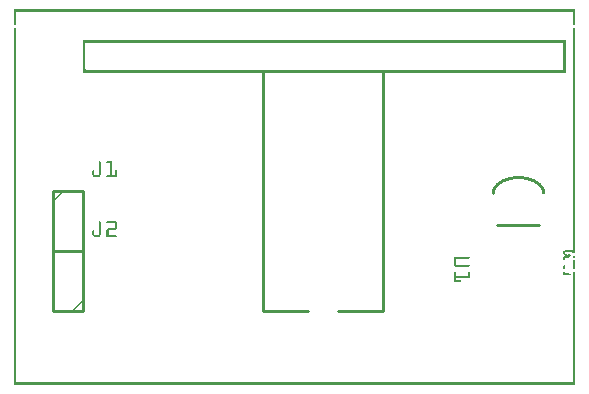
<source format=gto>
G04 MADE WITH FRITZING*
G04 WWW.FRITZING.ORG*
G04 DOUBLE SIDED*
G04 HOLES PLATED*
G04 CONTOUR ON CENTER OF CONTOUR VECTOR*
%ASAXBY*%
%FSLAX23Y23*%
%MOIN*%
%OFA0B0*%
%SFA1.0B1.0*%
%ADD10C,0.010000*%
%ADD11R,0.001000X0.001000*%
%LNSILK1*%
G90*
G70*
G54D10*
X1230Y245D02*
X1230Y1045D01*
D02*
X1230Y1045D02*
X830Y1045D01*
D02*
X830Y1045D02*
X830Y245D01*
D02*
X1230Y245D02*
X1080Y245D01*
D02*
X980Y245D02*
X830Y245D01*
D02*
X1750Y531D02*
X1610Y531D01*
D02*
X130Y645D02*
X130Y445D01*
D02*
X130Y445D02*
X230Y445D01*
D02*
X230Y445D02*
X230Y645D01*
D02*
X230Y645D02*
X130Y645D01*
D02*
X230Y245D02*
X230Y445D01*
D02*
X230Y445D02*
X130Y445D01*
D02*
X130Y445D02*
X130Y245D01*
D02*
X130Y245D02*
X230Y245D01*
G54D11*
X0Y1251D02*
X1869Y1251D01*
X0Y1250D02*
X1869Y1250D01*
X0Y1249D02*
X1869Y1249D01*
X0Y1248D02*
X1869Y1248D01*
X0Y1247D02*
X1869Y1247D01*
X0Y1246D02*
X1869Y1246D01*
X0Y1245D02*
X1869Y1245D01*
X0Y1244D02*
X1869Y1244D01*
X0Y1243D02*
X7Y1243D01*
X1862Y1243D02*
X1869Y1243D01*
X0Y1242D02*
X7Y1242D01*
X1862Y1242D02*
X1869Y1242D01*
X0Y1241D02*
X7Y1241D01*
X1862Y1241D02*
X1869Y1241D01*
X0Y1240D02*
X7Y1240D01*
X1862Y1240D02*
X1869Y1240D01*
X0Y1239D02*
X7Y1239D01*
X1862Y1239D02*
X1869Y1239D01*
X0Y1238D02*
X7Y1238D01*
X1862Y1238D02*
X1869Y1238D01*
X0Y1237D02*
X7Y1237D01*
X1862Y1237D02*
X1869Y1237D01*
X0Y1236D02*
X7Y1236D01*
X1862Y1236D02*
X1869Y1236D01*
X0Y1235D02*
X7Y1235D01*
X1862Y1235D02*
X1869Y1235D01*
X0Y1234D02*
X7Y1234D01*
X1862Y1234D02*
X1869Y1234D01*
X0Y1233D02*
X7Y1233D01*
X1862Y1233D02*
X1869Y1233D01*
X0Y1232D02*
X7Y1232D01*
X1862Y1232D02*
X1869Y1232D01*
X0Y1231D02*
X7Y1231D01*
X1862Y1231D02*
X1869Y1231D01*
X0Y1230D02*
X7Y1230D01*
X1862Y1230D02*
X1869Y1230D01*
X0Y1229D02*
X7Y1229D01*
X1862Y1229D02*
X1869Y1229D01*
X0Y1228D02*
X7Y1228D01*
X1862Y1228D02*
X1869Y1228D01*
X0Y1227D02*
X7Y1227D01*
X1862Y1227D02*
X1869Y1227D01*
X0Y1226D02*
X7Y1226D01*
X1862Y1226D02*
X1869Y1226D01*
X0Y1225D02*
X7Y1225D01*
X1862Y1225D02*
X1869Y1225D01*
X0Y1224D02*
X7Y1224D01*
X1862Y1224D02*
X1869Y1224D01*
X0Y1223D02*
X7Y1223D01*
X1862Y1223D02*
X1869Y1223D01*
X0Y1222D02*
X7Y1222D01*
X1862Y1222D02*
X1869Y1222D01*
X0Y1221D02*
X7Y1221D01*
X1862Y1221D02*
X1869Y1221D01*
X0Y1220D02*
X7Y1220D01*
X1862Y1220D02*
X1869Y1220D01*
X0Y1219D02*
X7Y1219D01*
X1862Y1219D02*
X1869Y1219D01*
X0Y1218D02*
X7Y1218D01*
X1862Y1218D02*
X1869Y1218D01*
X0Y1217D02*
X7Y1217D01*
X1862Y1217D02*
X1869Y1217D01*
X0Y1216D02*
X7Y1216D01*
X1862Y1216D02*
X1869Y1216D01*
X0Y1215D02*
X7Y1215D01*
X1862Y1215D02*
X1869Y1215D01*
X0Y1214D02*
X7Y1214D01*
X1862Y1214D02*
X1869Y1214D01*
X0Y1213D02*
X7Y1213D01*
X1862Y1213D02*
X1869Y1213D01*
X0Y1212D02*
X7Y1212D01*
X1862Y1212D02*
X1869Y1212D01*
X0Y1211D02*
X7Y1211D01*
X1862Y1211D02*
X1869Y1211D01*
X0Y1210D02*
X7Y1210D01*
X1862Y1210D02*
X1869Y1210D01*
X0Y1209D02*
X7Y1209D01*
X1862Y1209D02*
X1869Y1209D01*
X0Y1208D02*
X7Y1208D01*
X1862Y1208D02*
X1869Y1208D01*
X0Y1207D02*
X7Y1207D01*
X1862Y1207D02*
X1869Y1207D01*
X0Y1206D02*
X7Y1206D01*
X1862Y1206D02*
X1869Y1206D01*
X0Y1205D02*
X7Y1205D01*
X1862Y1205D02*
X1869Y1205D01*
X0Y1204D02*
X7Y1204D01*
X1862Y1204D02*
X1869Y1204D01*
X0Y1203D02*
X7Y1203D01*
X1862Y1203D02*
X1869Y1203D01*
X0Y1202D02*
X7Y1202D01*
X1862Y1202D02*
X1869Y1202D01*
X0Y1201D02*
X7Y1201D01*
X1862Y1201D02*
X1869Y1201D01*
X0Y1190D02*
X7Y1190D01*
X1862Y1190D02*
X1869Y1190D01*
X0Y1189D02*
X7Y1189D01*
X1862Y1189D02*
X1869Y1189D01*
X0Y1188D02*
X7Y1188D01*
X1862Y1188D02*
X1869Y1188D01*
X0Y1187D02*
X7Y1187D01*
X1862Y1187D02*
X1869Y1187D01*
X0Y1186D02*
X7Y1186D01*
X1862Y1186D02*
X1869Y1186D01*
X0Y1185D02*
X7Y1185D01*
X1862Y1185D02*
X1869Y1185D01*
X0Y1184D02*
X7Y1184D01*
X1862Y1184D02*
X1869Y1184D01*
X0Y1183D02*
X7Y1183D01*
X1862Y1183D02*
X1869Y1183D01*
X0Y1182D02*
X7Y1182D01*
X1862Y1182D02*
X1869Y1182D01*
X0Y1181D02*
X7Y1181D01*
X1862Y1181D02*
X1869Y1181D01*
X0Y1180D02*
X7Y1180D01*
X1862Y1180D02*
X1869Y1180D01*
X0Y1179D02*
X7Y1179D01*
X1862Y1179D02*
X1869Y1179D01*
X0Y1178D02*
X7Y1178D01*
X1862Y1178D02*
X1869Y1178D01*
X0Y1177D02*
X7Y1177D01*
X1862Y1177D02*
X1869Y1177D01*
X0Y1176D02*
X7Y1176D01*
X1862Y1176D02*
X1869Y1176D01*
X0Y1175D02*
X7Y1175D01*
X1862Y1175D02*
X1869Y1175D01*
X0Y1174D02*
X7Y1174D01*
X1862Y1174D02*
X1869Y1174D01*
X0Y1173D02*
X7Y1173D01*
X1862Y1173D02*
X1869Y1173D01*
X0Y1172D02*
X7Y1172D01*
X1862Y1172D02*
X1869Y1172D01*
X0Y1171D02*
X7Y1171D01*
X1862Y1171D02*
X1869Y1171D01*
X0Y1170D02*
X7Y1170D01*
X1862Y1170D02*
X1869Y1170D01*
X0Y1169D02*
X7Y1169D01*
X1862Y1169D02*
X1869Y1169D01*
X0Y1168D02*
X7Y1168D01*
X1862Y1168D02*
X1869Y1168D01*
X0Y1167D02*
X7Y1167D01*
X1862Y1167D02*
X1869Y1167D01*
X0Y1166D02*
X7Y1166D01*
X1862Y1166D02*
X1869Y1166D01*
X0Y1165D02*
X7Y1165D01*
X1862Y1165D02*
X1869Y1165D01*
X0Y1164D02*
X7Y1164D01*
X1862Y1164D02*
X1869Y1164D01*
X0Y1163D02*
X7Y1163D01*
X1862Y1163D02*
X1869Y1163D01*
X0Y1162D02*
X7Y1162D01*
X1862Y1162D02*
X1869Y1162D01*
X0Y1161D02*
X7Y1161D01*
X1862Y1161D02*
X1869Y1161D01*
X0Y1160D02*
X7Y1160D01*
X1862Y1160D02*
X1869Y1160D01*
X0Y1159D02*
X7Y1159D01*
X1862Y1159D02*
X1869Y1159D01*
X0Y1158D02*
X7Y1158D01*
X1862Y1158D02*
X1869Y1158D01*
X0Y1157D02*
X7Y1157D01*
X1862Y1157D02*
X1869Y1157D01*
X0Y1156D02*
X7Y1156D01*
X1862Y1156D02*
X1869Y1156D01*
X0Y1155D02*
X7Y1155D01*
X1862Y1155D02*
X1869Y1155D01*
X0Y1154D02*
X7Y1154D01*
X1862Y1154D02*
X1869Y1154D01*
X0Y1153D02*
X7Y1153D01*
X1862Y1153D02*
X1869Y1153D01*
X0Y1152D02*
X7Y1152D01*
X1862Y1152D02*
X1869Y1152D01*
X0Y1151D02*
X7Y1151D01*
X1862Y1151D02*
X1869Y1151D01*
X0Y1150D02*
X7Y1150D01*
X230Y1150D02*
X1838Y1150D01*
X1862Y1150D02*
X1869Y1150D01*
X0Y1149D02*
X7Y1149D01*
X230Y1149D02*
X1838Y1149D01*
X1862Y1149D02*
X1869Y1149D01*
X0Y1148D02*
X7Y1148D01*
X230Y1148D02*
X1838Y1148D01*
X1862Y1148D02*
X1869Y1148D01*
X0Y1147D02*
X7Y1147D01*
X230Y1147D02*
X1838Y1147D01*
X1862Y1147D02*
X1869Y1147D01*
X0Y1146D02*
X7Y1146D01*
X230Y1146D02*
X1838Y1146D01*
X1862Y1146D02*
X1869Y1146D01*
X0Y1145D02*
X7Y1145D01*
X230Y1145D02*
X1838Y1145D01*
X1862Y1145D02*
X1869Y1145D01*
X0Y1144D02*
X7Y1144D01*
X230Y1144D02*
X1838Y1144D01*
X1862Y1144D02*
X1869Y1144D01*
X0Y1143D02*
X7Y1143D01*
X230Y1143D02*
X1838Y1143D01*
X1862Y1143D02*
X1869Y1143D01*
X0Y1142D02*
X7Y1142D01*
X230Y1142D02*
X1838Y1142D01*
X1862Y1142D02*
X1869Y1142D01*
X0Y1141D02*
X7Y1141D01*
X230Y1141D02*
X1838Y1141D01*
X1862Y1141D02*
X1869Y1141D01*
X0Y1140D02*
X7Y1140D01*
X230Y1140D02*
X239Y1140D01*
X1829Y1140D02*
X1838Y1140D01*
X1862Y1140D02*
X1869Y1140D01*
X0Y1139D02*
X7Y1139D01*
X230Y1139D02*
X239Y1139D01*
X1829Y1139D02*
X1838Y1139D01*
X1862Y1139D02*
X1869Y1139D01*
X0Y1138D02*
X7Y1138D01*
X230Y1138D02*
X236Y1138D01*
X1829Y1138D02*
X1838Y1138D01*
X1862Y1138D02*
X1869Y1138D01*
X0Y1137D02*
X7Y1137D01*
X230Y1137D02*
X236Y1137D01*
X1829Y1137D02*
X1838Y1137D01*
X1862Y1137D02*
X1869Y1137D01*
X0Y1136D02*
X7Y1136D01*
X230Y1136D02*
X236Y1136D01*
X1829Y1136D02*
X1838Y1136D01*
X1862Y1136D02*
X1869Y1136D01*
X0Y1135D02*
X7Y1135D01*
X230Y1135D02*
X236Y1135D01*
X1829Y1135D02*
X1838Y1135D01*
X1862Y1135D02*
X1869Y1135D01*
X0Y1134D02*
X7Y1134D01*
X230Y1134D02*
X236Y1134D01*
X1829Y1134D02*
X1838Y1134D01*
X1862Y1134D02*
X1869Y1134D01*
X0Y1133D02*
X7Y1133D01*
X230Y1133D02*
X236Y1133D01*
X1829Y1133D02*
X1838Y1133D01*
X1862Y1133D02*
X1869Y1133D01*
X0Y1132D02*
X7Y1132D01*
X230Y1132D02*
X236Y1132D01*
X1829Y1132D02*
X1838Y1132D01*
X1862Y1132D02*
X1869Y1132D01*
X0Y1131D02*
X7Y1131D01*
X230Y1131D02*
X236Y1131D01*
X1829Y1131D02*
X1838Y1131D01*
X1862Y1131D02*
X1869Y1131D01*
X0Y1130D02*
X7Y1130D01*
X230Y1130D02*
X236Y1130D01*
X1829Y1130D02*
X1838Y1130D01*
X1862Y1130D02*
X1869Y1130D01*
X0Y1129D02*
X7Y1129D01*
X230Y1129D02*
X236Y1129D01*
X1829Y1129D02*
X1838Y1129D01*
X1862Y1129D02*
X1869Y1129D01*
X0Y1128D02*
X7Y1128D01*
X230Y1128D02*
X236Y1128D01*
X1829Y1128D02*
X1838Y1128D01*
X1862Y1128D02*
X1869Y1128D01*
X0Y1127D02*
X7Y1127D01*
X230Y1127D02*
X236Y1127D01*
X1829Y1127D02*
X1838Y1127D01*
X1862Y1127D02*
X1869Y1127D01*
X0Y1126D02*
X7Y1126D01*
X230Y1126D02*
X236Y1126D01*
X1829Y1126D02*
X1838Y1126D01*
X1862Y1126D02*
X1869Y1126D01*
X0Y1125D02*
X7Y1125D01*
X230Y1125D02*
X236Y1125D01*
X1829Y1125D02*
X1838Y1125D01*
X1862Y1125D02*
X1869Y1125D01*
X0Y1124D02*
X7Y1124D01*
X230Y1124D02*
X236Y1124D01*
X1829Y1124D02*
X1838Y1124D01*
X1862Y1124D02*
X1869Y1124D01*
X0Y1123D02*
X7Y1123D01*
X230Y1123D02*
X236Y1123D01*
X1829Y1123D02*
X1838Y1123D01*
X1862Y1123D02*
X1869Y1123D01*
X0Y1122D02*
X7Y1122D01*
X230Y1122D02*
X236Y1122D01*
X1829Y1122D02*
X1838Y1122D01*
X1862Y1122D02*
X1869Y1122D01*
X0Y1121D02*
X7Y1121D01*
X230Y1121D02*
X236Y1121D01*
X1829Y1121D02*
X1838Y1121D01*
X1862Y1121D02*
X1869Y1121D01*
X0Y1120D02*
X7Y1120D01*
X230Y1120D02*
X236Y1120D01*
X1829Y1120D02*
X1838Y1120D01*
X1862Y1120D02*
X1869Y1120D01*
X0Y1119D02*
X7Y1119D01*
X230Y1119D02*
X236Y1119D01*
X1829Y1119D02*
X1838Y1119D01*
X1862Y1119D02*
X1869Y1119D01*
X0Y1118D02*
X7Y1118D01*
X230Y1118D02*
X236Y1118D01*
X1829Y1118D02*
X1838Y1118D01*
X1862Y1118D02*
X1869Y1118D01*
X0Y1117D02*
X7Y1117D01*
X230Y1117D02*
X236Y1117D01*
X1829Y1117D02*
X1838Y1117D01*
X1862Y1117D02*
X1869Y1117D01*
X0Y1116D02*
X7Y1116D01*
X230Y1116D02*
X236Y1116D01*
X1829Y1116D02*
X1838Y1116D01*
X1862Y1116D02*
X1869Y1116D01*
X0Y1115D02*
X7Y1115D01*
X230Y1115D02*
X236Y1115D01*
X1829Y1115D02*
X1838Y1115D01*
X1862Y1115D02*
X1869Y1115D01*
X0Y1114D02*
X7Y1114D01*
X230Y1114D02*
X236Y1114D01*
X1829Y1114D02*
X1838Y1114D01*
X1862Y1114D02*
X1869Y1114D01*
X0Y1113D02*
X7Y1113D01*
X230Y1113D02*
X236Y1113D01*
X1829Y1113D02*
X1838Y1113D01*
X1862Y1113D02*
X1869Y1113D01*
X0Y1112D02*
X7Y1112D01*
X230Y1112D02*
X236Y1112D01*
X1829Y1112D02*
X1838Y1112D01*
X1862Y1112D02*
X1869Y1112D01*
X0Y1111D02*
X7Y1111D01*
X230Y1111D02*
X236Y1111D01*
X1829Y1111D02*
X1838Y1111D01*
X1862Y1111D02*
X1869Y1111D01*
X0Y1110D02*
X7Y1110D01*
X230Y1110D02*
X236Y1110D01*
X1829Y1110D02*
X1838Y1110D01*
X1862Y1110D02*
X1869Y1110D01*
X0Y1109D02*
X7Y1109D01*
X230Y1109D02*
X236Y1109D01*
X1829Y1109D02*
X1838Y1109D01*
X1862Y1109D02*
X1869Y1109D01*
X0Y1108D02*
X7Y1108D01*
X230Y1108D02*
X236Y1108D01*
X1829Y1108D02*
X1838Y1108D01*
X1862Y1108D02*
X1869Y1108D01*
X0Y1107D02*
X7Y1107D01*
X230Y1107D02*
X236Y1107D01*
X1829Y1107D02*
X1838Y1107D01*
X1862Y1107D02*
X1869Y1107D01*
X0Y1106D02*
X7Y1106D01*
X230Y1106D02*
X236Y1106D01*
X1829Y1106D02*
X1838Y1106D01*
X1862Y1106D02*
X1869Y1106D01*
X0Y1105D02*
X7Y1105D01*
X230Y1105D02*
X236Y1105D01*
X1829Y1105D02*
X1838Y1105D01*
X1862Y1105D02*
X1869Y1105D01*
X0Y1104D02*
X7Y1104D01*
X230Y1104D02*
X236Y1104D01*
X1829Y1104D02*
X1838Y1104D01*
X1862Y1104D02*
X1869Y1104D01*
X0Y1103D02*
X7Y1103D01*
X230Y1103D02*
X236Y1103D01*
X1829Y1103D02*
X1838Y1103D01*
X1862Y1103D02*
X1869Y1103D01*
X0Y1102D02*
X7Y1102D01*
X230Y1102D02*
X236Y1102D01*
X1829Y1102D02*
X1838Y1102D01*
X1862Y1102D02*
X1869Y1102D01*
X0Y1101D02*
X7Y1101D01*
X230Y1101D02*
X236Y1101D01*
X1829Y1101D02*
X1838Y1101D01*
X1862Y1101D02*
X1869Y1101D01*
X0Y1100D02*
X7Y1100D01*
X230Y1100D02*
X236Y1100D01*
X1829Y1100D02*
X1838Y1100D01*
X1862Y1100D02*
X1869Y1100D01*
X0Y1099D02*
X7Y1099D01*
X230Y1099D02*
X236Y1099D01*
X1829Y1099D02*
X1838Y1099D01*
X1862Y1099D02*
X1869Y1099D01*
X0Y1098D02*
X7Y1098D01*
X230Y1098D02*
X236Y1098D01*
X1829Y1098D02*
X1838Y1098D01*
X1862Y1098D02*
X1869Y1098D01*
X0Y1097D02*
X7Y1097D01*
X230Y1097D02*
X236Y1097D01*
X1829Y1097D02*
X1838Y1097D01*
X1862Y1097D02*
X1869Y1097D01*
X0Y1096D02*
X7Y1096D01*
X230Y1096D02*
X236Y1096D01*
X1829Y1096D02*
X1838Y1096D01*
X1862Y1096D02*
X1869Y1096D01*
X0Y1095D02*
X7Y1095D01*
X230Y1095D02*
X236Y1095D01*
X1829Y1095D02*
X1838Y1095D01*
X1862Y1095D02*
X1869Y1095D01*
X0Y1094D02*
X7Y1094D01*
X230Y1094D02*
X236Y1094D01*
X1829Y1094D02*
X1838Y1094D01*
X1862Y1094D02*
X1869Y1094D01*
X0Y1093D02*
X7Y1093D01*
X230Y1093D02*
X236Y1093D01*
X1829Y1093D02*
X1838Y1093D01*
X1862Y1093D02*
X1869Y1093D01*
X0Y1092D02*
X7Y1092D01*
X230Y1092D02*
X236Y1092D01*
X1829Y1092D02*
X1838Y1092D01*
X1862Y1092D02*
X1869Y1092D01*
X0Y1091D02*
X7Y1091D01*
X230Y1091D02*
X236Y1091D01*
X1829Y1091D02*
X1838Y1091D01*
X1862Y1091D02*
X1869Y1091D01*
X0Y1090D02*
X7Y1090D01*
X230Y1090D02*
X236Y1090D01*
X1829Y1090D02*
X1838Y1090D01*
X1862Y1090D02*
X1869Y1090D01*
X0Y1089D02*
X7Y1089D01*
X230Y1089D02*
X236Y1089D01*
X1829Y1089D02*
X1838Y1089D01*
X1862Y1089D02*
X1869Y1089D01*
X0Y1088D02*
X7Y1088D01*
X230Y1088D02*
X236Y1088D01*
X1829Y1088D02*
X1838Y1088D01*
X1862Y1088D02*
X1869Y1088D01*
X0Y1087D02*
X7Y1087D01*
X230Y1087D02*
X236Y1087D01*
X1829Y1087D02*
X1838Y1087D01*
X1862Y1087D02*
X1869Y1087D01*
X0Y1086D02*
X7Y1086D01*
X230Y1086D02*
X236Y1086D01*
X1829Y1086D02*
X1838Y1086D01*
X1862Y1086D02*
X1869Y1086D01*
X0Y1085D02*
X7Y1085D01*
X230Y1085D02*
X236Y1085D01*
X1829Y1085D02*
X1838Y1085D01*
X1862Y1085D02*
X1869Y1085D01*
X0Y1084D02*
X7Y1084D01*
X230Y1084D02*
X236Y1084D01*
X1829Y1084D02*
X1838Y1084D01*
X1862Y1084D02*
X1869Y1084D01*
X0Y1083D02*
X7Y1083D01*
X230Y1083D02*
X236Y1083D01*
X1829Y1083D02*
X1838Y1083D01*
X1862Y1083D02*
X1869Y1083D01*
X0Y1082D02*
X7Y1082D01*
X230Y1082D02*
X236Y1082D01*
X1829Y1082D02*
X1838Y1082D01*
X1862Y1082D02*
X1869Y1082D01*
X0Y1081D02*
X7Y1081D01*
X230Y1081D02*
X236Y1081D01*
X1829Y1081D02*
X1838Y1081D01*
X1862Y1081D02*
X1869Y1081D01*
X0Y1080D02*
X7Y1080D01*
X230Y1080D02*
X236Y1080D01*
X1829Y1080D02*
X1838Y1080D01*
X1862Y1080D02*
X1869Y1080D01*
X0Y1079D02*
X7Y1079D01*
X230Y1079D02*
X236Y1079D01*
X1829Y1079D02*
X1838Y1079D01*
X1862Y1079D02*
X1869Y1079D01*
X0Y1078D02*
X7Y1078D01*
X230Y1078D02*
X236Y1078D01*
X1829Y1078D02*
X1838Y1078D01*
X1862Y1078D02*
X1869Y1078D01*
X0Y1077D02*
X7Y1077D01*
X230Y1077D02*
X236Y1077D01*
X1829Y1077D02*
X1838Y1077D01*
X1862Y1077D02*
X1869Y1077D01*
X0Y1076D02*
X7Y1076D01*
X230Y1076D02*
X236Y1076D01*
X1829Y1076D02*
X1838Y1076D01*
X1862Y1076D02*
X1869Y1076D01*
X0Y1075D02*
X7Y1075D01*
X230Y1075D02*
X236Y1075D01*
X1829Y1075D02*
X1838Y1075D01*
X1862Y1075D02*
X1869Y1075D01*
X0Y1074D02*
X7Y1074D01*
X230Y1074D02*
X236Y1074D01*
X1829Y1074D02*
X1838Y1074D01*
X1862Y1074D02*
X1869Y1074D01*
X0Y1073D02*
X7Y1073D01*
X230Y1073D02*
X236Y1073D01*
X1829Y1073D02*
X1838Y1073D01*
X1862Y1073D02*
X1869Y1073D01*
X0Y1072D02*
X7Y1072D01*
X230Y1072D02*
X236Y1072D01*
X1829Y1072D02*
X1838Y1072D01*
X1862Y1072D02*
X1869Y1072D01*
X0Y1071D02*
X7Y1071D01*
X230Y1071D02*
X236Y1071D01*
X1829Y1071D02*
X1838Y1071D01*
X1862Y1071D02*
X1869Y1071D01*
X0Y1070D02*
X7Y1070D01*
X230Y1070D02*
X236Y1070D01*
X1829Y1070D02*
X1838Y1070D01*
X1862Y1070D02*
X1869Y1070D01*
X0Y1069D02*
X7Y1069D01*
X230Y1069D02*
X236Y1069D01*
X1829Y1069D02*
X1838Y1069D01*
X1862Y1069D02*
X1869Y1069D01*
X0Y1068D02*
X7Y1068D01*
X230Y1068D02*
X236Y1068D01*
X1829Y1068D02*
X1838Y1068D01*
X1862Y1068D02*
X1869Y1068D01*
X0Y1067D02*
X7Y1067D01*
X230Y1067D02*
X236Y1067D01*
X1829Y1067D02*
X1838Y1067D01*
X1862Y1067D02*
X1869Y1067D01*
X0Y1066D02*
X7Y1066D01*
X230Y1066D02*
X236Y1066D01*
X1829Y1066D02*
X1838Y1066D01*
X1862Y1066D02*
X1869Y1066D01*
X0Y1065D02*
X7Y1065D01*
X230Y1065D02*
X236Y1065D01*
X1829Y1065D02*
X1838Y1065D01*
X1862Y1065D02*
X1869Y1065D01*
X0Y1064D02*
X7Y1064D01*
X230Y1064D02*
X236Y1064D01*
X1829Y1064D02*
X1838Y1064D01*
X1862Y1064D02*
X1869Y1064D01*
X0Y1063D02*
X7Y1063D01*
X230Y1063D02*
X236Y1063D01*
X1829Y1063D02*
X1838Y1063D01*
X1862Y1063D02*
X1869Y1063D01*
X0Y1062D02*
X7Y1062D01*
X230Y1062D02*
X236Y1062D01*
X1829Y1062D02*
X1838Y1062D01*
X1862Y1062D02*
X1869Y1062D01*
X0Y1061D02*
X7Y1061D01*
X230Y1061D02*
X236Y1061D01*
X1829Y1061D02*
X1838Y1061D01*
X1862Y1061D02*
X1869Y1061D01*
X0Y1060D02*
X7Y1060D01*
X230Y1060D02*
X236Y1060D01*
X1829Y1060D02*
X1838Y1060D01*
X1862Y1060D02*
X1869Y1060D01*
X0Y1059D02*
X7Y1059D01*
X230Y1059D02*
X236Y1059D01*
X1829Y1059D02*
X1838Y1059D01*
X1862Y1059D02*
X1869Y1059D01*
X0Y1058D02*
X7Y1058D01*
X230Y1058D02*
X236Y1058D01*
X1829Y1058D02*
X1838Y1058D01*
X1862Y1058D02*
X1869Y1058D01*
X0Y1057D02*
X7Y1057D01*
X230Y1057D02*
X236Y1057D01*
X1829Y1057D02*
X1838Y1057D01*
X1862Y1057D02*
X1869Y1057D01*
X0Y1056D02*
X7Y1056D01*
X230Y1056D02*
X236Y1056D01*
X1829Y1056D02*
X1838Y1056D01*
X1862Y1056D02*
X1869Y1056D01*
X0Y1055D02*
X7Y1055D01*
X230Y1055D02*
X236Y1055D01*
X1829Y1055D02*
X1838Y1055D01*
X1862Y1055D02*
X1869Y1055D01*
X0Y1054D02*
X7Y1054D01*
X230Y1054D02*
X236Y1054D01*
X1829Y1054D02*
X1838Y1054D01*
X1862Y1054D02*
X1869Y1054D01*
X0Y1053D02*
X7Y1053D01*
X230Y1053D02*
X239Y1053D01*
X1829Y1053D02*
X1838Y1053D01*
X1862Y1053D02*
X1869Y1053D01*
X0Y1052D02*
X7Y1052D01*
X230Y1052D02*
X239Y1052D01*
X1829Y1052D02*
X1838Y1052D01*
X1862Y1052D02*
X1869Y1052D01*
X0Y1051D02*
X7Y1051D01*
X230Y1051D02*
X239Y1051D01*
X1829Y1051D02*
X1838Y1051D01*
X1862Y1051D02*
X1869Y1051D01*
X0Y1050D02*
X7Y1050D01*
X230Y1050D02*
X1838Y1050D01*
X1862Y1050D02*
X1869Y1050D01*
X0Y1049D02*
X7Y1049D01*
X230Y1049D02*
X1838Y1049D01*
X1862Y1049D02*
X1869Y1049D01*
X0Y1048D02*
X7Y1048D01*
X230Y1048D02*
X1838Y1048D01*
X1862Y1048D02*
X1869Y1048D01*
X0Y1047D02*
X7Y1047D01*
X230Y1047D02*
X1838Y1047D01*
X1862Y1047D02*
X1869Y1047D01*
X0Y1046D02*
X7Y1046D01*
X230Y1046D02*
X1838Y1046D01*
X1862Y1046D02*
X1869Y1046D01*
X0Y1045D02*
X7Y1045D01*
X230Y1045D02*
X1838Y1045D01*
X1862Y1045D02*
X1869Y1045D01*
X0Y1044D02*
X7Y1044D01*
X230Y1044D02*
X1838Y1044D01*
X1862Y1044D02*
X1869Y1044D01*
X0Y1043D02*
X7Y1043D01*
X230Y1043D02*
X1838Y1043D01*
X1862Y1043D02*
X1869Y1043D01*
X0Y1042D02*
X7Y1042D01*
X230Y1042D02*
X1838Y1042D01*
X1862Y1042D02*
X1869Y1042D01*
X0Y1041D02*
X7Y1041D01*
X230Y1041D02*
X1838Y1041D01*
X1862Y1041D02*
X1869Y1041D01*
X0Y1040D02*
X7Y1040D01*
X1862Y1040D02*
X1869Y1040D01*
X0Y1039D02*
X7Y1039D01*
X1862Y1039D02*
X1869Y1039D01*
X0Y1038D02*
X7Y1038D01*
X1862Y1038D02*
X1869Y1038D01*
X0Y1037D02*
X7Y1037D01*
X1862Y1037D02*
X1869Y1037D01*
X0Y1036D02*
X7Y1036D01*
X1862Y1036D02*
X1869Y1036D01*
X0Y1035D02*
X7Y1035D01*
X1862Y1035D02*
X1869Y1035D01*
X0Y1034D02*
X7Y1034D01*
X1862Y1034D02*
X1869Y1034D01*
X0Y1033D02*
X7Y1033D01*
X1862Y1033D02*
X1869Y1033D01*
X0Y1032D02*
X7Y1032D01*
X1862Y1032D02*
X1869Y1032D01*
X0Y1031D02*
X7Y1031D01*
X1862Y1031D02*
X1869Y1031D01*
X0Y1030D02*
X7Y1030D01*
X1862Y1030D02*
X1869Y1030D01*
X0Y1029D02*
X7Y1029D01*
X1862Y1029D02*
X1869Y1029D01*
X0Y1028D02*
X7Y1028D01*
X1862Y1028D02*
X1869Y1028D01*
X0Y1027D02*
X7Y1027D01*
X1862Y1027D02*
X1869Y1027D01*
X0Y1026D02*
X7Y1026D01*
X1862Y1026D02*
X1869Y1026D01*
X0Y1025D02*
X7Y1025D01*
X1862Y1025D02*
X1869Y1025D01*
X0Y1024D02*
X7Y1024D01*
X1862Y1024D02*
X1869Y1024D01*
X0Y1023D02*
X7Y1023D01*
X1862Y1023D02*
X1869Y1023D01*
X0Y1022D02*
X7Y1022D01*
X1862Y1022D02*
X1869Y1022D01*
X0Y1021D02*
X7Y1021D01*
X1862Y1021D02*
X1869Y1021D01*
X0Y1020D02*
X7Y1020D01*
X1862Y1020D02*
X1869Y1020D01*
X0Y1019D02*
X7Y1019D01*
X1862Y1019D02*
X1869Y1019D01*
X0Y1018D02*
X7Y1018D01*
X1862Y1018D02*
X1869Y1018D01*
X0Y1017D02*
X7Y1017D01*
X1862Y1017D02*
X1869Y1017D01*
X0Y1016D02*
X7Y1016D01*
X1862Y1016D02*
X1869Y1016D01*
X0Y1015D02*
X7Y1015D01*
X1862Y1015D02*
X1869Y1015D01*
X0Y1014D02*
X7Y1014D01*
X1862Y1014D02*
X1869Y1014D01*
X0Y1013D02*
X7Y1013D01*
X1862Y1013D02*
X1869Y1013D01*
X0Y1012D02*
X7Y1012D01*
X1862Y1012D02*
X1869Y1012D01*
X0Y1011D02*
X7Y1011D01*
X1862Y1011D02*
X1869Y1011D01*
X0Y1010D02*
X7Y1010D01*
X1862Y1010D02*
X1869Y1010D01*
X0Y1009D02*
X7Y1009D01*
X1862Y1009D02*
X1869Y1009D01*
X0Y1008D02*
X7Y1008D01*
X1862Y1008D02*
X1869Y1008D01*
X0Y1007D02*
X7Y1007D01*
X1862Y1007D02*
X1869Y1007D01*
X0Y1006D02*
X7Y1006D01*
X1862Y1006D02*
X1869Y1006D01*
X0Y1005D02*
X7Y1005D01*
X1862Y1005D02*
X1869Y1005D01*
X0Y1004D02*
X7Y1004D01*
X1862Y1004D02*
X1869Y1004D01*
X0Y1003D02*
X7Y1003D01*
X1862Y1003D02*
X1869Y1003D01*
X0Y1002D02*
X7Y1002D01*
X1862Y1002D02*
X1869Y1002D01*
X0Y1001D02*
X7Y1001D01*
X1862Y1001D02*
X1869Y1001D01*
X0Y1000D02*
X7Y1000D01*
X1862Y1000D02*
X1869Y1000D01*
X0Y999D02*
X7Y999D01*
X1862Y999D02*
X1869Y999D01*
X0Y998D02*
X7Y998D01*
X1862Y998D02*
X1869Y998D01*
X0Y997D02*
X7Y997D01*
X1862Y997D02*
X1869Y997D01*
X0Y996D02*
X7Y996D01*
X1862Y996D02*
X1869Y996D01*
X0Y995D02*
X7Y995D01*
X1862Y995D02*
X1869Y995D01*
X0Y994D02*
X7Y994D01*
X1862Y994D02*
X1869Y994D01*
X0Y993D02*
X7Y993D01*
X1862Y993D02*
X1869Y993D01*
X0Y992D02*
X7Y992D01*
X1862Y992D02*
X1869Y992D01*
X0Y991D02*
X7Y991D01*
X1862Y991D02*
X1869Y991D01*
X0Y990D02*
X7Y990D01*
X1862Y990D02*
X1869Y990D01*
X0Y989D02*
X7Y989D01*
X1862Y989D02*
X1869Y989D01*
X0Y988D02*
X7Y988D01*
X1862Y988D02*
X1869Y988D01*
X0Y987D02*
X7Y987D01*
X1862Y987D02*
X1869Y987D01*
X0Y986D02*
X7Y986D01*
X1862Y986D02*
X1869Y986D01*
X0Y985D02*
X7Y985D01*
X1862Y985D02*
X1869Y985D01*
X0Y984D02*
X7Y984D01*
X1862Y984D02*
X1869Y984D01*
X0Y983D02*
X7Y983D01*
X1862Y983D02*
X1869Y983D01*
X0Y982D02*
X7Y982D01*
X1862Y982D02*
X1869Y982D01*
X0Y981D02*
X7Y981D01*
X1862Y981D02*
X1869Y981D01*
X0Y980D02*
X7Y980D01*
X1862Y980D02*
X1869Y980D01*
X0Y979D02*
X7Y979D01*
X1862Y979D02*
X1869Y979D01*
X0Y978D02*
X7Y978D01*
X1862Y978D02*
X1869Y978D01*
X0Y977D02*
X7Y977D01*
X1862Y977D02*
X1869Y977D01*
X0Y976D02*
X7Y976D01*
X1862Y976D02*
X1869Y976D01*
X0Y975D02*
X7Y975D01*
X1862Y975D02*
X1869Y975D01*
X0Y974D02*
X7Y974D01*
X1862Y974D02*
X1869Y974D01*
X0Y973D02*
X7Y973D01*
X1862Y973D02*
X1869Y973D01*
X0Y972D02*
X7Y972D01*
X1862Y972D02*
X1869Y972D01*
X0Y971D02*
X7Y971D01*
X1862Y971D02*
X1869Y971D01*
X0Y970D02*
X7Y970D01*
X1862Y970D02*
X1869Y970D01*
X0Y969D02*
X7Y969D01*
X1862Y969D02*
X1869Y969D01*
X0Y968D02*
X7Y968D01*
X1862Y968D02*
X1869Y968D01*
X0Y967D02*
X7Y967D01*
X1862Y967D02*
X1869Y967D01*
X0Y966D02*
X7Y966D01*
X1862Y966D02*
X1869Y966D01*
X0Y965D02*
X7Y965D01*
X1862Y965D02*
X1869Y965D01*
X0Y964D02*
X7Y964D01*
X1862Y964D02*
X1869Y964D01*
X0Y963D02*
X7Y963D01*
X1862Y963D02*
X1869Y963D01*
X0Y962D02*
X7Y962D01*
X1862Y962D02*
X1869Y962D01*
X0Y961D02*
X7Y961D01*
X1862Y961D02*
X1869Y961D01*
X0Y960D02*
X7Y960D01*
X1862Y960D02*
X1869Y960D01*
X0Y959D02*
X7Y959D01*
X1862Y959D02*
X1869Y959D01*
X0Y958D02*
X7Y958D01*
X1862Y958D02*
X1869Y958D01*
X0Y957D02*
X7Y957D01*
X1862Y957D02*
X1869Y957D01*
X0Y956D02*
X7Y956D01*
X1862Y956D02*
X1869Y956D01*
X0Y955D02*
X7Y955D01*
X1862Y955D02*
X1869Y955D01*
X0Y954D02*
X7Y954D01*
X1862Y954D02*
X1869Y954D01*
X0Y953D02*
X7Y953D01*
X1862Y953D02*
X1869Y953D01*
X0Y952D02*
X7Y952D01*
X1862Y952D02*
X1869Y952D01*
X0Y951D02*
X7Y951D01*
X1862Y951D02*
X1869Y951D01*
X0Y950D02*
X7Y950D01*
X1862Y950D02*
X1869Y950D01*
X0Y949D02*
X7Y949D01*
X1862Y949D02*
X1869Y949D01*
X0Y948D02*
X7Y948D01*
X1862Y948D02*
X1869Y948D01*
X0Y947D02*
X7Y947D01*
X1862Y947D02*
X1869Y947D01*
X0Y946D02*
X7Y946D01*
X1862Y946D02*
X1869Y946D01*
X0Y945D02*
X7Y945D01*
X1862Y945D02*
X1869Y945D01*
X0Y944D02*
X7Y944D01*
X1862Y944D02*
X1869Y944D01*
X0Y943D02*
X7Y943D01*
X1862Y943D02*
X1869Y943D01*
X0Y942D02*
X7Y942D01*
X1862Y942D02*
X1869Y942D01*
X0Y941D02*
X7Y941D01*
X1862Y941D02*
X1869Y941D01*
X0Y940D02*
X7Y940D01*
X1862Y940D02*
X1869Y940D01*
X0Y939D02*
X7Y939D01*
X1862Y939D02*
X1869Y939D01*
X0Y938D02*
X7Y938D01*
X1862Y938D02*
X1869Y938D01*
X0Y937D02*
X7Y937D01*
X1862Y937D02*
X1869Y937D01*
X0Y936D02*
X7Y936D01*
X1862Y936D02*
X1869Y936D01*
X0Y935D02*
X7Y935D01*
X1862Y935D02*
X1869Y935D01*
X0Y934D02*
X7Y934D01*
X1862Y934D02*
X1869Y934D01*
X0Y933D02*
X7Y933D01*
X1862Y933D02*
X1869Y933D01*
X0Y932D02*
X7Y932D01*
X1862Y932D02*
X1869Y932D01*
X0Y931D02*
X7Y931D01*
X1862Y931D02*
X1869Y931D01*
X0Y930D02*
X7Y930D01*
X1862Y930D02*
X1869Y930D01*
X0Y929D02*
X7Y929D01*
X1862Y929D02*
X1869Y929D01*
X0Y928D02*
X7Y928D01*
X1862Y928D02*
X1869Y928D01*
X0Y927D02*
X7Y927D01*
X1862Y927D02*
X1869Y927D01*
X0Y926D02*
X7Y926D01*
X1862Y926D02*
X1869Y926D01*
X0Y925D02*
X7Y925D01*
X1862Y925D02*
X1869Y925D01*
X0Y924D02*
X7Y924D01*
X1862Y924D02*
X1869Y924D01*
X0Y923D02*
X7Y923D01*
X1862Y923D02*
X1869Y923D01*
X0Y922D02*
X7Y922D01*
X1862Y922D02*
X1869Y922D01*
X0Y921D02*
X7Y921D01*
X1862Y921D02*
X1869Y921D01*
X0Y920D02*
X7Y920D01*
X1862Y920D02*
X1869Y920D01*
X0Y919D02*
X7Y919D01*
X1862Y919D02*
X1869Y919D01*
X0Y918D02*
X7Y918D01*
X1862Y918D02*
X1869Y918D01*
X0Y917D02*
X7Y917D01*
X1862Y917D02*
X1869Y917D01*
X0Y916D02*
X7Y916D01*
X1862Y916D02*
X1869Y916D01*
X0Y915D02*
X7Y915D01*
X1862Y915D02*
X1869Y915D01*
X0Y914D02*
X7Y914D01*
X1862Y914D02*
X1869Y914D01*
X0Y913D02*
X7Y913D01*
X1862Y913D02*
X1869Y913D01*
X0Y912D02*
X7Y912D01*
X1862Y912D02*
X1869Y912D01*
X0Y911D02*
X7Y911D01*
X1862Y911D02*
X1869Y911D01*
X0Y910D02*
X7Y910D01*
X1862Y910D02*
X1869Y910D01*
X0Y909D02*
X7Y909D01*
X1862Y909D02*
X1869Y909D01*
X0Y908D02*
X7Y908D01*
X1862Y908D02*
X1869Y908D01*
X0Y907D02*
X7Y907D01*
X1862Y907D02*
X1869Y907D01*
X0Y906D02*
X7Y906D01*
X1862Y906D02*
X1869Y906D01*
X0Y905D02*
X7Y905D01*
X1862Y905D02*
X1869Y905D01*
X0Y904D02*
X7Y904D01*
X1862Y904D02*
X1869Y904D01*
X0Y903D02*
X7Y903D01*
X1862Y903D02*
X1869Y903D01*
X0Y902D02*
X7Y902D01*
X1862Y902D02*
X1869Y902D01*
X0Y901D02*
X7Y901D01*
X1862Y901D02*
X1869Y901D01*
X0Y900D02*
X7Y900D01*
X1862Y900D02*
X1869Y900D01*
X0Y899D02*
X7Y899D01*
X1862Y899D02*
X1869Y899D01*
X0Y898D02*
X7Y898D01*
X1862Y898D02*
X1869Y898D01*
X0Y897D02*
X7Y897D01*
X1862Y897D02*
X1869Y897D01*
X0Y896D02*
X7Y896D01*
X1862Y896D02*
X1869Y896D01*
X0Y895D02*
X7Y895D01*
X1862Y895D02*
X1869Y895D01*
X0Y894D02*
X7Y894D01*
X1862Y894D02*
X1869Y894D01*
X0Y893D02*
X7Y893D01*
X1862Y893D02*
X1869Y893D01*
X0Y892D02*
X7Y892D01*
X1862Y892D02*
X1869Y892D01*
X0Y891D02*
X7Y891D01*
X1862Y891D02*
X1869Y891D01*
X0Y890D02*
X7Y890D01*
X1862Y890D02*
X1869Y890D01*
X0Y889D02*
X7Y889D01*
X1862Y889D02*
X1869Y889D01*
X0Y888D02*
X7Y888D01*
X1862Y888D02*
X1869Y888D01*
X0Y887D02*
X7Y887D01*
X1862Y887D02*
X1869Y887D01*
X0Y886D02*
X7Y886D01*
X1862Y886D02*
X1869Y886D01*
X0Y885D02*
X7Y885D01*
X1862Y885D02*
X1869Y885D01*
X0Y884D02*
X7Y884D01*
X1862Y884D02*
X1869Y884D01*
X0Y883D02*
X7Y883D01*
X1862Y883D02*
X1869Y883D01*
X0Y882D02*
X7Y882D01*
X1862Y882D02*
X1869Y882D01*
X0Y881D02*
X7Y881D01*
X1862Y881D02*
X1869Y881D01*
X0Y880D02*
X7Y880D01*
X1862Y880D02*
X1869Y880D01*
X0Y879D02*
X7Y879D01*
X1862Y879D02*
X1869Y879D01*
X0Y878D02*
X7Y878D01*
X1862Y878D02*
X1869Y878D01*
X0Y877D02*
X7Y877D01*
X1862Y877D02*
X1869Y877D01*
X0Y876D02*
X7Y876D01*
X1862Y876D02*
X1869Y876D01*
X0Y875D02*
X7Y875D01*
X1862Y875D02*
X1869Y875D01*
X0Y874D02*
X7Y874D01*
X1862Y874D02*
X1869Y874D01*
X0Y873D02*
X7Y873D01*
X1862Y873D02*
X1869Y873D01*
X0Y872D02*
X7Y872D01*
X1862Y872D02*
X1869Y872D01*
X0Y871D02*
X7Y871D01*
X1862Y871D02*
X1869Y871D01*
X0Y870D02*
X7Y870D01*
X1862Y870D02*
X1869Y870D01*
X0Y869D02*
X7Y869D01*
X1862Y869D02*
X1869Y869D01*
X0Y868D02*
X7Y868D01*
X1862Y868D02*
X1869Y868D01*
X0Y867D02*
X7Y867D01*
X1862Y867D02*
X1869Y867D01*
X0Y866D02*
X7Y866D01*
X1862Y866D02*
X1869Y866D01*
X0Y865D02*
X7Y865D01*
X1862Y865D02*
X1869Y865D01*
X0Y864D02*
X7Y864D01*
X1862Y864D02*
X1869Y864D01*
X0Y863D02*
X7Y863D01*
X1862Y863D02*
X1869Y863D01*
X0Y862D02*
X7Y862D01*
X1862Y862D02*
X1869Y862D01*
X0Y861D02*
X7Y861D01*
X1862Y861D02*
X1869Y861D01*
X0Y860D02*
X7Y860D01*
X1862Y860D02*
X1869Y860D01*
X0Y859D02*
X7Y859D01*
X1862Y859D02*
X1869Y859D01*
X0Y858D02*
X7Y858D01*
X1862Y858D02*
X1869Y858D01*
X0Y857D02*
X7Y857D01*
X1862Y857D02*
X1869Y857D01*
X0Y856D02*
X7Y856D01*
X1862Y856D02*
X1869Y856D01*
X0Y855D02*
X7Y855D01*
X1862Y855D02*
X1869Y855D01*
X0Y854D02*
X7Y854D01*
X1862Y854D02*
X1869Y854D01*
X0Y853D02*
X7Y853D01*
X1862Y853D02*
X1869Y853D01*
X0Y852D02*
X7Y852D01*
X1862Y852D02*
X1869Y852D01*
X0Y851D02*
X7Y851D01*
X1862Y851D02*
X1869Y851D01*
X0Y850D02*
X7Y850D01*
X1862Y850D02*
X1869Y850D01*
X0Y849D02*
X7Y849D01*
X1862Y849D02*
X1869Y849D01*
X0Y848D02*
X7Y848D01*
X1862Y848D02*
X1869Y848D01*
X0Y847D02*
X7Y847D01*
X1862Y847D02*
X1869Y847D01*
X0Y846D02*
X7Y846D01*
X1862Y846D02*
X1869Y846D01*
X0Y845D02*
X7Y845D01*
X1862Y845D02*
X1869Y845D01*
X0Y844D02*
X7Y844D01*
X1862Y844D02*
X1869Y844D01*
X0Y843D02*
X7Y843D01*
X1862Y843D02*
X1869Y843D01*
X0Y842D02*
X7Y842D01*
X1862Y842D02*
X1869Y842D01*
X0Y841D02*
X7Y841D01*
X1862Y841D02*
X1869Y841D01*
X0Y840D02*
X7Y840D01*
X1862Y840D02*
X1869Y840D01*
X0Y839D02*
X7Y839D01*
X1862Y839D02*
X1869Y839D01*
X0Y838D02*
X7Y838D01*
X1862Y838D02*
X1869Y838D01*
X0Y837D02*
X7Y837D01*
X1862Y837D02*
X1869Y837D01*
X0Y836D02*
X7Y836D01*
X1862Y836D02*
X1869Y836D01*
X0Y835D02*
X7Y835D01*
X1862Y835D02*
X1869Y835D01*
X0Y834D02*
X7Y834D01*
X1862Y834D02*
X1869Y834D01*
X0Y833D02*
X7Y833D01*
X1862Y833D02*
X1869Y833D01*
X0Y832D02*
X7Y832D01*
X1862Y832D02*
X1869Y832D01*
X0Y831D02*
X7Y831D01*
X1862Y831D02*
X1869Y831D01*
X0Y830D02*
X7Y830D01*
X1862Y830D02*
X1869Y830D01*
X0Y829D02*
X7Y829D01*
X1862Y829D02*
X1869Y829D01*
X0Y828D02*
X7Y828D01*
X1862Y828D02*
X1869Y828D01*
X0Y827D02*
X7Y827D01*
X1862Y827D02*
X1869Y827D01*
X0Y826D02*
X7Y826D01*
X1862Y826D02*
X1869Y826D01*
X0Y825D02*
X7Y825D01*
X1862Y825D02*
X1869Y825D01*
X0Y824D02*
X7Y824D01*
X1862Y824D02*
X1869Y824D01*
X0Y823D02*
X7Y823D01*
X1862Y823D02*
X1869Y823D01*
X0Y822D02*
X7Y822D01*
X1862Y822D02*
X1869Y822D01*
X0Y821D02*
X7Y821D01*
X1862Y821D02*
X1869Y821D01*
X0Y820D02*
X7Y820D01*
X1862Y820D02*
X1869Y820D01*
X0Y819D02*
X7Y819D01*
X1862Y819D02*
X1869Y819D01*
X0Y818D02*
X7Y818D01*
X1862Y818D02*
X1869Y818D01*
X0Y817D02*
X7Y817D01*
X1862Y817D02*
X1869Y817D01*
X0Y816D02*
X7Y816D01*
X1862Y816D02*
X1869Y816D01*
X0Y815D02*
X7Y815D01*
X1862Y815D02*
X1869Y815D01*
X0Y814D02*
X7Y814D01*
X1862Y814D02*
X1869Y814D01*
X0Y813D02*
X7Y813D01*
X1862Y813D02*
X1869Y813D01*
X0Y812D02*
X7Y812D01*
X1862Y812D02*
X1869Y812D01*
X0Y811D02*
X7Y811D01*
X1862Y811D02*
X1869Y811D01*
X0Y810D02*
X7Y810D01*
X1862Y810D02*
X1869Y810D01*
X0Y809D02*
X7Y809D01*
X1862Y809D02*
X1869Y809D01*
X0Y808D02*
X7Y808D01*
X1862Y808D02*
X1869Y808D01*
X0Y807D02*
X7Y807D01*
X1862Y807D02*
X1869Y807D01*
X0Y806D02*
X7Y806D01*
X1862Y806D02*
X1869Y806D01*
X0Y805D02*
X7Y805D01*
X1862Y805D02*
X1869Y805D01*
X0Y804D02*
X7Y804D01*
X1862Y804D02*
X1869Y804D01*
X0Y803D02*
X7Y803D01*
X1862Y803D02*
X1869Y803D01*
X0Y802D02*
X7Y802D01*
X1862Y802D02*
X1869Y802D01*
X0Y801D02*
X7Y801D01*
X1862Y801D02*
X1869Y801D01*
X0Y800D02*
X7Y800D01*
X1862Y800D02*
X1869Y800D01*
X0Y799D02*
X7Y799D01*
X1862Y799D02*
X1869Y799D01*
X0Y798D02*
X7Y798D01*
X1862Y798D02*
X1869Y798D01*
X0Y797D02*
X7Y797D01*
X1862Y797D02*
X1869Y797D01*
X0Y796D02*
X7Y796D01*
X1862Y796D02*
X1869Y796D01*
X0Y795D02*
X7Y795D01*
X1862Y795D02*
X1869Y795D01*
X0Y794D02*
X7Y794D01*
X1862Y794D02*
X1869Y794D01*
X0Y793D02*
X7Y793D01*
X1862Y793D02*
X1869Y793D01*
X0Y792D02*
X7Y792D01*
X1862Y792D02*
X1869Y792D01*
X0Y791D02*
X7Y791D01*
X1862Y791D02*
X1869Y791D01*
X0Y790D02*
X7Y790D01*
X1862Y790D02*
X1869Y790D01*
X0Y789D02*
X7Y789D01*
X1862Y789D02*
X1869Y789D01*
X0Y788D02*
X7Y788D01*
X1862Y788D02*
X1869Y788D01*
X0Y787D02*
X7Y787D01*
X1862Y787D02*
X1869Y787D01*
X0Y786D02*
X7Y786D01*
X1862Y786D02*
X1869Y786D01*
X0Y785D02*
X7Y785D01*
X1862Y785D02*
X1869Y785D01*
X0Y784D02*
X7Y784D01*
X1862Y784D02*
X1869Y784D01*
X0Y783D02*
X7Y783D01*
X1862Y783D02*
X1869Y783D01*
X0Y782D02*
X7Y782D01*
X1862Y782D02*
X1869Y782D01*
X0Y781D02*
X7Y781D01*
X1862Y781D02*
X1869Y781D01*
X0Y780D02*
X7Y780D01*
X1862Y780D02*
X1869Y780D01*
X0Y779D02*
X7Y779D01*
X1862Y779D02*
X1869Y779D01*
X0Y778D02*
X7Y778D01*
X1862Y778D02*
X1869Y778D01*
X0Y777D02*
X7Y777D01*
X1862Y777D02*
X1869Y777D01*
X0Y776D02*
X7Y776D01*
X1862Y776D02*
X1869Y776D01*
X0Y775D02*
X7Y775D01*
X1862Y775D02*
X1869Y775D01*
X0Y774D02*
X7Y774D01*
X1862Y774D02*
X1869Y774D01*
X0Y773D02*
X7Y773D01*
X1862Y773D02*
X1869Y773D01*
X0Y772D02*
X7Y772D01*
X1862Y772D02*
X1869Y772D01*
X0Y771D02*
X7Y771D01*
X1862Y771D02*
X1869Y771D01*
X0Y770D02*
X7Y770D01*
X1862Y770D02*
X1869Y770D01*
X0Y769D02*
X7Y769D01*
X1862Y769D02*
X1869Y769D01*
X0Y768D02*
X7Y768D01*
X1862Y768D02*
X1869Y768D01*
X0Y767D02*
X7Y767D01*
X1862Y767D02*
X1869Y767D01*
X0Y766D02*
X7Y766D01*
X1862Y766D02*
X1869Y766D01*
X0Y765D02*
X7Y765D01*
X1862Y765D02*
X1869Y765D01*
X0Y764D02*
X7Y764D01*
X1862Y764D02*
X1869Y764D01*
X0Y763D02*
X7Y763D01*
X1862Y763D02*
X1869Y763D01*
X0Y762D02*
X7Y762D01*
X1862Y762D02*
X1869Y762D01*
X0Y761D02*
X7Y761D01*
X1862Y761D02*
X1869Y761D01*
X0Y760D02*
X7Y760D01*
X1862Y760D02*
X1869Y760D01*
X0Y759D02*
X7Y759D01*
X1862Y759D02*
X1869Y759D01*
X0Y758D02*
X7Y758D01*
X1862Y758D02*
X1869Y758D01*
X0Y757D02*
X7Y757D01*
X1862Y757D02*
X1869Y757D01*
X0Y756D02*
X7Y756D01*
X1862Y756D02*
X1869Y756D01*
X0Y755D02*
X7Y755D01*
X1862Y755D02*
X1869Y755D01*
X0Y754D02*
X7Y754D01*
X1862Y754D02*
X1869Y754D01*
X0Y753D02*
X7Y753D01*
X1862Y753D02*
X1869Y753D01*
X0Y752D02*
X7Y752D01*
X1862Y752D02*
X1869Y752D01*
X0Y751D02*
X7Y751D01*
X1862Y751D02*
X1869Y751D01*
X0Y750D02*
X7Y750D01*
X1862Y750D02*
X1869Y750D01*
X0Y749D02*
X7Y749D01*
X1862Y749D02*
X1869Y749D01*
X0Y748D02*
X7Y748D01*
X1862Y748D02*
X1869Y748D01*
X0Y747D02*
X7Y747D01*
X1862Y747D02*
X1869Y747D01*
X0Y746D02*
X7Y746D01*
X1862Y746D02*
X1869Y746D01*
X0Y745D02*
X7Y745D01*
X284Y745D02*
X285Y745D01*
X310Y745D02*
X327Y745D01*
X1862Y745D02*
X1869Y745D01*
X0Y744D02*
X7Y744D01*
X283Y744D02*
X287Y744D01*
X309Y744D02*
X327Y744D01*
X1862Y744D02*
X1869Y744D01*
X0Y743D02*
X7Y743D01*
X282Y743D02*
X288Y743D01*
X308Y743D02*
X327Y743D01*
X1862Y743D02*
X1869Y743D01*
X0Y742D02*
X7Y742D01*
X282Y742D02*
X288Y742D01*
X308Y742D02*
X327Y742D01*
X1862Y742D02*
X1869Y742D01*
X0Y741D02*
X7Y741D01*
X282Y741D02*
X288Y741D01*
X308Y741D02*
X327Y741D01*
X1862Y741D02*
X1869Y741D01*
X0Y740D02*
X7Y740D01*
X282Y740D02*
X288Y740D01*
X308Y740D02*
X327Y740D01*
X1862Y740D02*
X1869Y740D01*
X0Y739D02*
X7Y739D01*
X282Y739D02*
X288Y739D01*
X309Y739D02*
X327Y739D01*
X1862Y739D02*
X1869Y739D01*
X0Y738D02*
X7Y738D01*
X282Y738D02*
X288Y738D01*
X321Y738D02*
X327Y738D01*
X1862Y738D02*
X1869Y738D01*
X0Y737D02*
X7Y737D01*
X282Y737D02*
X288Y737D01*
X321Y737D02*
X327Y737D01*
X1862Y737D02*
X1869Y737D01*
X0Y736D02*
X7Y736D01*
X282Y736D02*
X288Y736D01*
X321Y736D02*
X327Y736D01*
X1862Y736D02*
X1869Y736D01*
X0Y735D02*
X7Y735D01*
X282Y735D02*
X288Y735D01*
X321Y735D02*
X327Y735D01*
X1862Y735D02*
X1869Y735D01*
X0Y734D02*
X7Y734D01*
X282Y734D02*
X288Y734D01*
X321Y734D02*
X327Y734D01*
X1862Y734D02*
X1869Y734D01*
X0Y733D02*
X7Y733D01*
X282Y733D02*
X288Y733D01*
X321Y733D02*
X327Y733D01*
X1862Y733D02*
X1869Y733D01*
X0Y732D02*
X7Y732D01*
X282Y732D02*
X288Y732D01*
X321Y732D02*
X327Y732D01*
X1862Y732D02*
X1869Y732D01*
X0Y731D02*
X7Y731D01*
X282Y731D02*
X288Y731D01*
X321Y731D02*
X327Y731D01*
X1862Y731D02*
X1869Y731D01*
X0Y730D02*
X7Y730D01*
X282Y730D02*
X288Y730D01*
X321Y730D02*
X327Y730D01*
X1862Y730D02*
X1869Y730D01*
X0Y729D02*
X7Y729D01*
X282Y729D02*
X288Y729D01*
X321Y729D02*
X327Y729D01*
X1862Y729D02*
X1869Y729D01*
X0Y728D02*
X7Y728D01*
X282Y728D02*
X288Y728D01*
X321Y728D02*
X327Y728D01*
X1862Y728D02*
X1869Y728D01*
X0Y727D02*
X7Y727D01*
X282Y727D02*
X288Y727D01*
X321Y727D02*
X327Y727D01*
X1862Y727D02*
X1869Y727D01*
X0Y726D02*
X7Y726D01*
X282Y726D02*
X288Y726D01*
X321Y726D02*
X327Y726D01*
X1862Y726D02*
X1869Y726D01*
X0Y725D02*
X7Y725D01*
X282Y725D02*
X288Y725D01*
X321Y725D02*
X327Y725D01*
X1862Y725D02*
X1869Y725D01*
X0Y724D02*
X7Y724D01*
X282Y724D02*
X288Y724D01*
X321Y724D02*
X327Y724D01*
X1862Y724D02*
X1869Y724D01*
X0Y723D02*
X7Y723D01*
X282Y723D02*
X288Y723D01*
X321Y723D02*
X327Y723D01*
X1862Y723D02*
X1869Y723D01*
X0Y722D02*
X7Y722D01*
X282Y722D02*
X288Y722D01*
X321Y722D02*
X327Y722D01*
X1862Y722D02*
X1869Y722D01*
X0Y721D02*
X7Y721D01*
X282Y721D02*
X288Y721D01*
X321Y721D02*
X327Y721D01*
X1862Y721D02*
X1869Y721D01*
X0Y720D02*
X7Y720D01*
X282Y720D02*
X288Y720D01*
X321Y720D02*
X327Y720D01*
X1862Y720D02*
X1869Y720D01*
X0Y719D02*
X7Y719D01*
X282Y719D02*
X288Y719D01*
X321Y719D02*
X327Y719D01*
X1862Y719D02*
X1869Y719D01*
X0Y718D02*
X7Y718D01*
X282Y718D02*
X288Y718D01*
X321Y718D02*
X327Y718D01*
X1862Y718D02*
X1869Y718D01*
X0Y717D02*
X7Y717D01*
X282Y717D02*
X288Y717D01*
X321Y717D02*
X327Y717D01*
X1862Y717D02*
X1869Y717D01*
X0Y716D02*
X7Y716D01*
X282Y716D02*
X288Y716D01*
X321Y716D02*
X327Y716D01*
X1862Y716D02*
X1869Y716D01*
X0Y715D02*
X7Y715D01*
X263Y715D02*
X266Y715D01*
X282Y715D02*
X288Y715D01*
X321Y715D02*
X327Y715D01*
X337Y715D02*
X340Y715D01*
X1862Y715D02*
X1869Y715D01*
X0Y714D02*
X7Y714D01*
X262Y714D02*
X267Y714D01*
X282Y714D02*
X288Y714D01*
X321Y714D02*
X327Y714D01*
X336Y714D02*
X341Y714D01*
X1862Y714D02*
X1869Y714D01*
X0Y713D02*
X7Y713D01*
X261Y713D02*
X267Y713D01*
X282Y713D02*
X288Y713D01*
X321Y713D02*
X327Y713D01*
X335Y713D02*
X341Y713D01*
X1862Y713D02*
X1869Y713D01*
X0Y712D02*
X7Y712D01*
X261Y712D02*
X267Y712D01*
X282Y712D02*
X288Y712D01*
X321Y712D02*
X327Y712D01*
X335Y712D02*
X341Y712D01*
X1862Y712D02*
X1869Y712D01*
X0Y711D02*
X7Y711D01*
X261Y711D02*
X267Y711D01*
X282Y711D02*
X288Y711D01*
X321Y711D02*
X327Y711D01*
X335Y711D02*
X341Y711D01*
X1862Y711D02*
X1869Y711D01*
X0Y710D02*
X7Y710D01*
X261Y710D02*
X267Y710D01*
X282Y710D02*
X288Y710D01*
X321Y710D02*
X327Y710D01*
X335Y710D02*
X341Y710D01*
X1862Y710D02*
X1869Y710D01*
X0Y709D02*
X7Y709D01*
X261Y709D02*
X267Y709D01*
X282Y709D02*
X288Y709D01*
X321Y709D02*
X327Y709D01*
X335Y709D02*
X341Y709D01*
X1862Y709D02*
X1869Y709D01*
X0Y708D02*
X7Y708D01*
X261Y708D02*
X267Y708D01*
X282Y708D02*
X288Y708D01*
X321Y708D02*
X327Y708D01*
X335Y708D02*
X341Y708D01*
X1862Y708D02*
X1869Y708D01*
X0Y707D02*
X7Y707D01*
X261Y707D02*
X267Y707D01*
X282Y707D02*
X288Y707D01*
X321Y707D02*
X327Y707D01*
X335Y707D02*
X341Y707D01*
X1862Y707D02*
X1869Y707D01*
X0Y706D02*
X7Y706D01*
X261Y706D02*
X267Y706D01*
X282Y706D02*
X288Y706D01*
X321Y706D02*
X327Y706D01*
X335Y706D02*
X341Y706D01*
X1862Y706D02*
X1869Y706D01*
X0Y705D02*
X7Y705D01*
X261Y705D02*
X267Y705D01*
X282Y705D02*
X288Y705D01*
X321Y705D02*
X327Y705D01*
X335Y705D02*
X341Y705D01*
X1862Y705D02*
X1869Y705D01*
X0Y704D02*
X7Y704D01*
X261Y704D02*
X267Y704D01*
X282Y704D02*
X288Y704D01*
X321Y704D02*
X327Y704D01*
X335Y704D02*
X341Y704D01*
X1862Y704D02*
X1869Y704D01*
X0Y703D02*
X7Y703D01*
X261Y703D02*
X267Y703D01*
X282Y703D02*
X288Y703D01*
X321Y703D02*
X327Y703D01*
X335Y703D02*
X341Y703D01*
X1862Y703D02*
X1869Y703D01*
X0Y702D02*
X7Y702D01*
X261Y702D02*
X267Y702D01*
X282Y702D02*
X288Y702D01*
X321Y702D02*
X327Y702D01*
X335Y702D02*
X341Y702D01*
X1862Y702D02*
X1869Y702D01*
X0Y701D02*
X7Y701D01*
X261Y701D02*
X267Y701D01*
X282Y701D02*
X288Y701D01*
X321Y701D02*
X327Y701D01*
X335Y701D02*
X341Y701D01*
X1862Y701D02*
X1869Y701D01*
X0Y700D02*
X7Y700D01*
X261Y700D02*
X268Y700D01*
X281Y700D02*
X288Y700D01*
X321Y700D02*
X327Y700D01*
X335Y700D02*
X341Y700D01*
X1862Y700D02*
X1869Y700D01*
X0Y699D02*
X7Y699D01*
X261Y699D02*
X268Y699D01*
X281Y699D02*
X287Y699D01*
X321Y699D02*
X327Y699D01*
X335Y699D02*
X341Y699D01*
X1862Y699D02*
X1869Y699D01*
X0Y698D02*
X7Y698D01*
X262Y698D02*
X287Y698D01*
X311Y698D02*
X341Y698D01*
X1862Y698D02*
X1869Y698D01*
X0Y697D02*
X7Y697D01*
X262Y697D02*
X287Y697D01*
X309Y697D02*
X341Y697D01*
X1862Y697D02*
X1869Y697D01*
X0Y696D02*
X7Y696D01*
X263Y696D02*
X286Y696D01*
X308Y696D02*
X341Y696D01*
X1862Y696D02*
X1869Y696D01*
X0Y695D02*
X7Y695D01*
X264Y695D02*
X285Y695D01*
X308Y695D02*
X341Y695D01*
X1676Y695D02*
X1686Y695D01*
X1862Y695D02*
X1869Y695D01*
X0Y694D02*
X7Y694D01*
X264Y694D02*
X284Y694D01*
X308Y694D02*
X341Y694D01*
X1664Y694D02*
X1699Y694D01*
X1862Y694D02*
X1869Y694D01*
X0Y693D02*
X7Y693D01*
X266Y693D02*
X283Y693D01*
X308Y693D02*
X341Y693D01*
X1657Y693D02*
X1705Y693D01*
X1862Y693D02*
X1869Y693D01*
X0Y692D02*
X7Y692D01*
X267Y692D02*
X282Y692D01*
X309Y692D02*
X340Y692D01*
X1652Y692D02*
X1710Y692D01*
X1862Y692D02*
X1869Y692D01*
X0Y691D02*
X7Y691D01*
X1648Y691D02*
X1714Y691D01*
X1862Y691D02*
X1869Y691D01*
X0Y690D02*
X7Y690D01*
X1645Y690D02*
X1718Y690D01*
X1862Y690D02*
X1869Y690D01*
X0Y689D02*
X7Y689D01*
X1641Y689D02*
X1721Y689D01*
X1862Y689D02*
X1869Y689D01*
X0Y688D02*
X7Y688D01*
X1638Y688D02*
X1724Y688D01*
X1862Y688D02*
X1869Y688D01*
X0Y687D02*
X7Y687D01*
X1636Y687D02*
X1727Y687D01*
X1862Y687D02*
X1869Y687D01*
X0Y686D02*
X7Y686D01*
X1633Y686D02*
X1729Y686D01*
X1862Y686D02*
X1869Y686D01*
X0Y685D02*
X7Y685D01*
X1631Y685D02*
X1675Y685D01*
X1688Y685D02*
X1732Y685D01*
X1862Y685D02*
X1869Y685D01*
X0Y684D02*
X7Y684D01*
X1628Y684D02*
X1663Y684D01*
X1699Y684D02*
X1734Y684D01*
X1862Y684D02*
X1869Y684D01*
X0Y683D02*
X7Y683D01*
X1626Y683D02*
X1657Y683D01*
X1706Y683D02*
X1736Y683D01*
X1862Y683D02*
X1869Y683D01*
X0Y682D02*
X7Y682D01*
X1624Y682D02*
X1652Y682D01*
X1710Y682D02*
X1738Y682D01*
X1862Y682D02*
X1869Y682D01*
X0Y681D02*
X7Y681D01*
X1623Y681D02*
X1648Y681D01*
X1714Y681D02*
X1740Y681D01*
X1862Y681D02*
X1869Y681D01*
X0Y680D02*
X7Y680D01*
X1621Y680D02*
X1645Y680D01*
X1718Y680D02*
X1742Y680D01*
X1862Y680D02*
X1869Y680D01*
X0Y679D02*
X7Y679D01*
X1619Y679D02*
X1641Y679D01*
X1721Y679D02*
X1743Y679D01*
X1862Y679D02*
X1869Y679D01*
X0Y678D02*
X7Y678D01*
X1618Y678D02*
X1639Y678D01*
X1723Y678D02*
X1745Y678D01*
X1862Y678D02*
X1869Y678D01*
X0Y677D02*
X7Y677D01*
X1616Y677D02*
X1636Y677D01*
X1726Y677D02*
X1746Y677D01*
X1862Y677D02*
X1869Y677D01*
X0Y676D02*
X7Y676D01*
X1615Y676D02*
X1634Y676D01*
X1728Y676D02*
X1748Y676D01*
X1862Y676D02*
X1869Y676D01*
X0Y675D02*
X7Y675D01*
X1613Y675D02*
X1632Y675D01*
X1731Y675D02*
X1749Y675D01*
X1862Y675D02*
X1869Y675D01*
X0Y674D02*
X7Y674D01*
X1612Y674D02*
X1630Y674D01*
X1733Y674D02*
X1750Y674D01*
X1862Y674D02*
X1869Y674D01*
X0Y673D02*
X7Y673D01*
X1611Y673D02*
X1628Y673D01*
X1735Y673D02*
X1751Y673D01*
X1862Y673D02*
X1869Y673D01*
X0Y672D02*
X7Y672D01*
X1610Y672D02*
X1626Y672D01*
X1736Y672D02*
X1753Y672D01*
X1862Y672D02*
X1869Y672D01*
X0Y671D02*
X7Y671D01*
X1608Y671D02*
X1624Y671D01*
X1738Y671D02*
X1754Y671D01*
X1862Y671D02*
X1869Y671D01*
X0Y670D02*
X7Y670D01*
X1607Y670D02*
X1623Y670D01*
X1740Y670D02*
X1755Y670D01*
X1862Y670D02*
X1869Y670D01*
X0Y669D02*
X7Y669D01*
X1606Y669D02*
X1621Y669D01*
X1741Y669D02*
X1756Y669D01*
X1862Y669D02*
X1869Y669D01*
X0Y668D02*
X7Y668D01*
X1605Y668D02*
X1620Y668D01*
X1743Y668D02*
X1757Y668D01*
X1862Y668D02*
X1869Y668D01*
X0Y667D02*
X7Y667D01*
X1604Y667D02*
X1618Y667D01*
X1744Y667D02*
X1758Y667D01*
X1862Y667D02*
X1869Y667D01*
X0Y666D02*
X7Y666D01*
X1604Y666D02*
X1617Y666D01*
X1745Y666D02*
X1759Y666D01*
X1862Y666D02*
X1869Y666D01*
X0Y665D02*
X7Y665D01*
X1603Y665D02*
X1616Y665D01*
X1747Y665D02*
X1760Y665D01*
X1862Y665D02*
X1869Y665D01*
X0Y664D02*
X7Y664D01*
X1602Y664D02*
X1614Y664D01*
X1748Y664D02*
X1760Y664D01*
X1862Y664D02*
X1869Y664D01*
X0Y663D02*
X7Y663D01*
X1601Y663D02*
X1613Y663D01*
X1749Y663D02*
X1761Y663D01*
X1862Y663D02*
X1869Y663D01*
X0Y662D02*
X7Y662D01*
X1600Y662D02*
X1612Y662D01*
X1750Y662D02*
X1762Y662D01*
X1862Y662D02*
X1869Y662D01*
X0Y661D02*
X7Y661D01*
X1600Y661D02*
X1611Y661D01*
X1751Y661D02*
X1763Y661D01*
X1862Y661D02*
X1869Y661D01*
X0Y660D02*
X7Y660D01*
X1599Y660D02*
X1610Y660D01*
X1752Y660D02*
X1763Y660D01*
X1862Y660D02*
X1869Y660D01*
X0Y659D02*
X7Y659D01*
X1598Y659D02*
X1609Y659D01*
X1753Y659D02*
X1764Y659D01*
X1862Y659D02*
X1869Y659D01*
X0Y658D02*
X7Y658D01*
X1598Y658D02*
X1609Y658D01*
X1754Y658D02*
X1764Y658D01*
X1862Y658D02*
X1869Y658D01*
X0Y657D02*
X7Y657D01*
X1597Y657D02*
X1608Y657D01*
X1754Y657D02*
X1765Y657D01*
X1862Y657D02*
X1869Y657D01*
X0Y656D02*
X7Y656D01*
X1597Y656D02*
X1607Y656D01*
X1755Y656D02*
X1766Y656D01*
X1862Y656D02*
X1869Y656D01*
X0Y655D02*
X7Y655D01*
X1596Y655D02*
X1606Y655D01*
X1756Y655D02*
X1766Y655D01*
X1862Y655D02*
X1869Y655D01*
X0Y654D02*
X7Y654D01*
X1596Y654D02*
X1606Y654D01*
X1757Y654D02*
X1767Y654D01*
X1862Y654D02*
X1869Y654D01*
X0Y653D02*
X7Y653D01*
X1595Y653D02*
X1605Y653D01*
X1757Y653D02*
X1767Y653D01*
X1862Y653D02*
X1869Y653D01*
X0Y652D02*
X7Y652D01*
X1595Y652D02*
X1605Y652D01*
X1758Y652D02*
X1767Y652D01*
X1862Y652D02*
X1869Y652D01*
X0Y651D02*
X7Y651D01*
X1594Y651D02*
X1604Y651D01*
X1758Y651D02*
X1768Y651D01*
X1862Y651D02*
X1869Y651D01*
X0Y650D02*
X7Y650D01*
X1594Y650D02*
X1604Y650D01*
X1759Y650D02*
X1768Y650D01*
X1862Y650D02*
X1869Y650D01*
X0Y649D02*
X7Y649D01*
X1594Y649D02*
X1603Y649D01*
X1759Y649D02*
X1769Y649D01*
X1862Y649D02*
X1869Y649D01*
X0Y648D02*
X7Y648D01*
X1593Y648D02*
X1603Y648D01*
X1760Y648D02*
X1769Y648D01*
X1862Y648D02*
X1869Y648D01*
X0Y647D02*
X7Y647D01*
X1593Y647D02*
X1602Y647D01*
X1760Y647D02*
X1769Y647D01*
X1862Y647D02*
X1869Y647D01*
X0Y646D02*
X7Y646D01*
X162Y646D02*
X163Y646D01*
X1593Y646D02*
X1602Y646D01*
X1760Y646D02*
X1769Y646D01*
X1862Y646D02*
X1869Y646D01*
X0Y645D02*
X7Y645D01*
X161Y645D02*
X164Y645D01*
X1593Y645D02*
X1602Y645D01*
X1760Y645D02*
X1770Y645D01*
X1862Y645D02*
X1869Y645D01*
X0Y644D02*
X7Y644D01*
X160Y644D02*
X165Y644D01*
X1592Y644D02*
X1602Y644D01*
X1761Y644D02*
X1770Y644D01*
X1862Y644D02*
X1869Y644D01*
X0Y643D02*
X7Y643D01*
X159Y643D02*
X165Y643D01*
X1592Y643D02*
X1601Y643D01*
X1761Y643D02*
X1770Y643D01*
X1862Y643D02*
X1869Y643D01*
X0Y642D02*
X7Y642D01*
X158Y642D02*
X164Y642D01*
X1592Y642D02*
X1601Y642D01*
X1761Y642D02*
X1770Y642D01*
X1862Y642D02*
X1869Y642D01*
X0Y641D02*
X7Y641D01*
X157Y641D02*
X163Y641D01*
X1592Y641D02*
X1601Y641D01*
X1761Y641D02*
X1770Y641D01*
X1862Y641D02*
X1869Y641D01*
X0Y640D02*
X7Y640D01*
X156Y640D02*
X162Y640D01*
X1592Y640D02*
X1601Y640D01*
X1761Y640D02*
X1770Y640D01*
X1862Y640D02*
X1869Y640D01*
X0Y639D02*
X7Y639D01*
X155Y639D02*
X161Y639D01*
X1592Y639D02*
X1601Y639D01*
X1761Y639D02*
X1770Y639D01*
X1862Y639D02*
X1869Y639D01*
X0Y638D02*
X7Y638D01*
X154Y638D02*
X160Y638D01*
X1592Y638D02*
X1601Y638D01*
X1761Y638D02*
X1770Y638D01*
X1862Y638D02*
X1869Y638D01*
X0Y637D02*
X7Y637D01*
X153Y637D02*
X159Y637D01*
X1592Y637D02*
X1601Y637D01*
X1762Y637D02*
X1770Y637D01*
X1862Y637D02*
X1869Y637D01*
X0Y636D02*
X7Y636D01*
X152Y636D02*
X158Y636D01*
X1592Y636D02*
X1600Y636D01*
X1762Y636D02*
X1766Y636D01*
X1862Y636D02*
X1869Y636D01*
X0Y635D02*
X7Y635D01*
X151Y635D02*
X157Y635D01*
X1595Y635D02*
X1600Y635D01*
X1763Y635D02*
X1763Y635D01*
X1862Y635D02*
X1869Y635D01*
X0Y634D02*
X7Y634D01*
X150Y634D02*
X156Y634D01*
X1597Y634D02*
X1599Y634D01*
X1862Y634D02*
X1869Y634D01*
X0Y633D02*
X7Y633D01*
X149Y633D02*
X155Y633D01*
X1862Y633D02*
X1869Y633D01*
X0Y632D02*
X7Y632D01*
X148Y632D02*
X154Y632D01*
X1862Y632D02*
X1869Y632D01*
X0Y631D02*
X7Y631D01*
X147Y631D02*
X153Y631D01*
X1862Y631D02*
X1869Y631D01*
X0Y630D02*
X7Y630D01*
X146Y630D02*
X152Y630D01*
X1862Y630D02*
X1869Y630D01*
X0Y629D02*
X7Y629D01*
X145Y629D02*
X151Y629D01*
X1862Y629D02*
X1869Y629D01*
X0Y628D02*
X7Y628D01*
X144Y628D02*
X149Y628D01*
X1862Y628D02*
X1869Y628D01*
X0Y627D02*
X7Y627D01*
X143Y627D02*
X148Y627D01*
X1862Y627D02*
X1869Y627D01*
X0Y626D02*
X7Y626D01*
X142Y626D02*
X147Y626D01*
X1862Y626D02*
X1869Y626D01*
X0Y625D02*
X7Y625D01*
X141Y625D02*
X146Y625D01*
X1862Y625D02*
X1869Y625D01*
X0Y624D02*
X7Y624D01*
X140Y624D02*
X146Y624D01*
X1862Y624D02*
X1869Y624D01*
X0Y623D02*
X7Y623D01*
X139Y623D02*
X145Y623D01*
X1862Y623D02*
X1869Y623D01*
X0Y622D02*
X7Y622D01*
X138Y622D02*
X144Y622D01*
X1862Y622D02*
X1869Y622D01*
X0Y621D02*
X7Y621D01*
X137Y621D02*
X143Y621D01*
X1862Y621D02*
X1869Y621D01*
X0Y620D02*
X7Y620D01*
X136Y620D02*
X142Y620D01*
X1862Y620D02*
X1869Y620D01*
X0Y619D02*
X7Y619D01*
X135Y619D02*
X141Y619D01*
X1862Y619D02*
X1869Y619D01*
X0Y618D02*
X7Y618D01*
X134Y618D02*
X140Y618D01*
X1862Y618D02*
X1869Y618D01*
X0Y617D02*
X7Y617D01*
X133Y617D02*
X139Y617D01*
X1862Y617D02*
X1869Y617D01*
X0Y616D02*
X7Y616D01*
X132Y616D02*
X138Y616D01*
X1862Y616D02*
X1869Y616D01*
X0Y615D02*
X7Y615D01*
X131Y615D02*
X137Y615D01*
X1862Y615D02*
X1869Y615D01*
X0Y614D02*
X7Y614D01*
X130Y614D02*
X136Y614D01*
X1862Y614D02*
X1869Y614D01*
X0Y613D02*
X7Y613D01*
X129Y613D02*
X135Y613D01*
X1862Y613D02*
X1869Y613D01*
X0Y612D02*
X7Y612D01*
X128Y612D02*
X134Y612D01*
X1862Y612D02*
X1869Y612D01*
X0Y611D02*
X7Y611D01*
X129Y611D02*
X133Y611D01*
X1862Y611D02*
X1869Y611D01*
X0Y610D02*
X7Y610D01*
X130Y610D02*
X132Y610D01*
X1862Y610D02*
X1869Y610D01*
X0Y609D02*
X7Y609D01*
X131Y609D02*
X131Y609D01*
X1862Y609D02*
X1869Y609D01*
X0Y608D02*
X7Y608D01*
X1862Y608D02*
X1869Y608D01*
X0Y607D02*
X7Y607D01*
X1862Y607D02*
X1869Y607D01*
X0Y606D02*
X7Y606D01*
X1862Y606D02*
X1869Y606D01*
X0Y605D02*
X7Y605D01*
X1862Y605D02*
X1869Y605D01*
X0Y604D02*
X7Y604D01*
X1862Y604D02*
X1869Y604D01*
X0Y603D02*
X7Y603D01*
X1862Y603D02*
X1869Y603D01*
X0Y602D02*
X7Y602D01*
X1862Y602D02*
X1869Y602D01*
X0Y601D02*
X7Y601D01*
X1862Y601D02*
X1869Y601D01*
X0Y600D02*
X7Y600D01*
X1862Y600D02*
X1869Y600D01*
X0Y599D02*
X7Y599D01*
X1862Y599D02*
X1869Y599D01*
X0Y598D02*
X7Y598D01*
X1862Y598D02*
X1869Y598D01*
X0Y597D02*
X7Y597D01*
X1862Y597D02*
X1869Y597D01*
X0Y596D02*
X7Y596D01*
X1862Y596D02*
X1869Y596D01*
X0Y595D02*
X7Y595D01*
X1862Y595D02*
X1869Y595D01*
X0Y594D02*
X7Y594D01*
X1862Y594D02*
X1869Y594D01*
X0Y593D02*
X7Y593D01*
X1862Y593D02*
X1869Y593D01*
X0Y592D02*
X7Y592D01*
X1862Y592D02*
X1869Y592D01*
X0Y591D02*
X7Y591D01*
X1862Y591D02*
X1869Y591D01*
X0Y590D02*
X7Y590D01*
X1862Y590D02*
X1869Y590D01*
X0Y589D02*
X7Y589D01*
X1862Y589D02*
X1869Y589D01*
X0Y588D02*
X7Y588D01*
X1862Y588D02*
X1869Y588D01*
X0Y587D02*
X7Y587D01*
X1862Y587D02*
X1869Y587D01*
X0Y586D02*
X7Y586D01*
X1862Y586D02*
X1869Y586D01*
X0Y585D02*
X7Y585D01*
X1862Y585D02*
X1869Y585D01*
X0Y584D02*
X7Y584D01*
X1862Y584D02*
X1869Y584D01*
X0Y583D02*
X7Y583D01*
X1862Y583D02*
X1869Y583D01*
X0Y582D02*
X7Y582D01*
X1862Y582D02*
X1869Y582D01*
X0Y581D02*
X7Y581D01*
X1862Y581D02*
X1869Y581D01*
X0Y580D02*
X7Y580D01*
X1862Y580D02*
X1869Y580D01*
X0Y579D02*
X7Y579D01*
X1862Y579D02*
X1869Y579D01*
X0Y578D02*
X7Y578D01*
X1862Y578D02*
X1869Y578D01*
X0Y577D02*
X7Y577D01*
X1862Y577D02*
X1869Y577D01*
X0Y576D02*
X7Y576D01*
X1862Y576D02*
X1869Y576D01*
X0Y575D02*
X7Y575D01*
X1862Y575D02*
X1869Y575D01*
X0Y574D02*
X7Y574D01*
X1862Y574D02*
X1869Y574D01*
X0Y573D02*
X7Y573D01*
X1862Y573D02*
X1869Y573D01*
X0Y572D02*
X7Y572D01*
X1862Y572D02*
X1869Y572D01*
X0Y571D02*
X7Y571D01*
X1862Y571D02*
X1869Y571D01*
X0Y570D02*
X7Y570D01*
X1862Y570D02*
X1869Y570D01*
X0Y569D02*
X7Y569D01*
X1862Y569D02*
X1869Y569D01*
X0Y568D02*
X7Y568D01*
X1862Y568D02*
X1869Y568D01*
X0Y567D02*
X7Y567D01*
X1862Y567D02*
X1869Y567D01*
X0Y566D02*
X7Y566D01*
X1862Y566D02*
X1869Y566D01*
X0Y565D02*
X7Y565D01*
X1862Y565D02*
X1869Y565D01*
X0Y564D02*
X7Y564D01*
X1862Y564D02*
X1869Y564D01*
X0Y563D02*
X7Y563D01*
X1862Y563D02*
X1869Y563D01*
X0Y562D02*
X7Y562D01*
X1862Y562D02*
X1869Y562D01*
X0Y561D02*
X7Y561D01*
X1862Y561D02*
X1869Y561D01*
X0Y560D02*
X7Y560D01*
X1862Y560D02*
X1869Y560D01*
X0Y559D02*
X7Y559D01*
X1862Y559D02*
X1869Y559D01*
X0Y558D02*
X7Y558D01*
X1862Y558D02*
X1869Y558D01*
X0Y557D02*
X7Y557D01*
X1862Y557D02*
X1869Y557D01*
X0Y556D02*
X7Y556D01*
X1862Y556D02*
X1869Y556D01*
X0Y555D02*
X7Y555D01*
X1862Y555D02*
X1869Y555D01*
X0Y554D02*
X7Y554D01*
X1862Y554D02*
X1869Y554D01*
X0Y553D02*
X7Y553D01*
X1862Y553D02*
X1869Y553D01*
X0Y552D02*
X7Y552D01*
X1862Y552D02*
X1869Y552D01*
X0Y551D02*
X7Y551D01*
X1862Y551D02*
X1869Y551D01*
X0Y550D02*
X7Y550D01*
X1862Y550D02*
X1869Y550D01*
X0Y549D02*
X7Y549D01*
X1862Y549D02*
X1869Y549D01*
X0Y548D02*
X7Y548D01*
X1862Y548D02*
X1869Y548D01*
X0Y547D02*
X7Y547D01*
X1862Y547D02*
X1869Y547D01*
X0Y546D02*
X7Y546D01*
X1862Y546D02*
X1869Y546D01*
X0Y545D02*
X7Y545D01*
X284Y545D02*
X286Y545D01*
X310Y545D02*
X336Y545D01*
X1862Y545D02*
X1869Y545D01*
X0Y544D02*
X7Y544D01*
X283Y544D02*
X287Y544D01*
X309Y544D02*
X338Y544D01*
X1862Y544D02*
X1869Y544D01*
X0Y543D02*
X7Y543D01*
X282Y543D02*
X288Y543D01*
X308Y543D02*
X339Y543D01*
X1862Y543D02*
X1869Y543D01*
X0Y542D02*
X7Y542D01*
X282Y542D02*
X288Y542D01*
X308Y542D02*
X340Y542D01*
X1862Y542D02*
X1869Y542D01*
X0Y541D02*
X7Y541D01*
X282Y541D02*
X288Y541D01*
X308Y541D02*
X341Y541D01*
X1862Y541D02*
X1869Y541D01*
X0Y540D02*
X7Y540D01*
X282Y540D02*
X288Y540D01*
X308Y540D02*
X341Y540D01*
X1862Y540D02*
X1869Y540D01*
X0Y539D02*
X7Y539D01*
X282Y539D02*
X288Y539D01*
X309Y539D02*
X341Y539D01*
X1862Y539D02*
X1869Y539D01*
X0Y538D02*
X7Y538D01*
X282Y538D02*
X288Y538D01*
X335Y538D02*
X341Y538D01*
X1862Y538D02*
X1869Y538D01*
X0Y537D02*
X7Y537D01*
X282Y537D02*
X288Y537D01*
X335Y537D02*
X341Y537D01*
X1862Y537D02*
X1869Y537D01*
X0Y536D02*
X7Y536D01*
X282Y536D02*
X288Y536D01*
X335Y536D02*
X341Y536D01*
X1862Y536D02*
X1869Y536D01*
X0Y535D02*
X7Y535D01*
X282Y535D02*
X288Y535D01*
X335Y535D02*
X341Y535D01*
X1862Y535D02*
X1869Y535D01*
X0Y534D02*
X7Y534D01*
X282Y534D02*
X288Y534D01*
X335Y534D02*
X341Y534D01*
X1862Y534D02*
X1869Y534D01*
X0Y533D02*
X7Y533D01*
X282Y533D02*
X288Y533D01*
X335Y533D02*
X341Y533D01*
X1862Y533D02*
X1869Y533D01*
X0Y532D02*
X7Y532D01*
X282Y532D02*
X288Y532D01*
X335Y532D02*
X341Y532D01*
X1862Y532D02*
X1869Y532D01*
X0Y531D02*
X7Y531D01*
X282Y531D02*
X288Y531D01*
X335Y531D02*
X341Y531D01*
X1862Y531D02*
X1869Y531D01*
X0Y530D02*
X7Y530D01*
X282Y530D02*
X288Y530D01*
X335Y530D02*
X341Y530D01*
X1862Y530D02*
X1869Y530D01*
X0Y529D02*
X7Y529D01*
X282Y529D02*
X288Y529D01*
X335Y529D02*
X341Y529D01*
X1862Y529D02*
X1869Y529D01*
X0Y528D02*
X7Y528D01*
X282Y528D02*
X288Y528D01*
X335Y528D02*
X341Y528D01*
X1862Y528D02*
X1869Y528D01*
X0Y527D02*
X7Y527D01*
X282Y527D02*
X288Y527D01*
X335Y527D02*
X341Y527D01*
X1862Y527D02*
X1869Y527D01*
X0Y526D02*
X7Y526D01*
X282Y526D02*
X288Y526D01*
X335Y526D02*
X341Y526D01*
X1862Y526D02*
X1869Y526D01*
X0Y525D02*
X7Y525D01*
X282Y525D02*
X288Y525D01*
X335Y525D02*
X341Y525D01*
X1862Y525D02*
X1869Y525D01*
X0Y524D02*
X7Y524D01*
X282Y524D02*
X288Y524D01*
X335Y524D02*
X341Y524D01*
X1862Y524D02*
X1869Y524D01*
X0Y523D02*
X7Y523D01*
X282Y523D02*
X288Y523D01*
X335Y523D02*
X341Y523D01*
X1862Y523D02*
X1869Y523D01*
X0Y522D02*
X7Y522D01*
X282Y522D02*
X288Y522D01*
X335Y522D02*
X341Y522D01*
X1862Y522D02*
X1869Y522D01*
X0Y521D02*
X7Y521D01*
X282Y521D02*
X288Y521D01*
X312Y521D02*
X341Y521D01*
X1862Y521D02*
X1869Y521D01*
X0Y520D02*
X7Y520D01*
X282Y520D02*
X288Y520D01*
X310Y520D02*
X341Y520D01*
X1862Y520D02*
X1869Y520D01*
X0Y519D02*
X7Y519D01*
X282Y519D02*
X288Y519D01*
X309Y519D02*
X341Y519D01*
X1862Y519D02*
X1869Y519D01*
X0Y518D02*
X7Y518D01*
X282Y518D02*
X288Y518D01*
X309Y518D02*
X340Y518D01*
X1862Y518D02*
X1869Y518D01*
X0Y517D02*
X7Y517D01*
X282Y517D02*
X288Y517D01*
X308Y517D02*
X339Y517D01*
X1862Y517D02*
X1869Y517D01*
X0Y516D02*
X7Y516D01*
X282Y516D02*
X288Y516D01*
X308Y516D02*
X338Y516D01*
X1862Y516D02*
X1869Y516D01*
X0Y515D02*
X7Y515D01*
X262Y515D02*
X266Y515D01*
X282Y515D02*
X288Y515D01*
X308Y515D02*
X336Y515D01*
X1862Y515D02*
X1869Y515D01*
X0Y514D02*
X7Y514D01*
X262Y514D02*
X267Y514D01*
X282Y514D02*
X288Y514D01*
X308Y514D02*
X314Y514D01*
X1862Y514D02*
X1869Y514D01*
X0Y513D02*
X7Y513D01*
X261Y513D02*
X267Y513D01*
X282Y513D02*
X288Y513D01*
X308Y513D02*
X314Y513D01*
X1862Y513D02*
X1869Y513D01*
X0Y512D02*
X7Y512D01*
X261Y512D02*
X267Y512D01*
X282Y512D02*
X288Y512D01*
X308Y512D02*
X314Y512D01*
X1862Y512D02*
X1869Y512D01*
X0Y511D02*
X7Y511D01*
X261Y511D02*
X267Y511D01*
X282Y511D02*
X288Y511D01*
X308Y511D02*
X314Y511D01*
X1862Y511D02*
X1869Y511D01*
X0Y510D02*
X7Y510D01*
X261Y510D02*
X267Y510D01*
X282Y510D02*
X288Y510D01*
X308Y510D02*
X314Y510D01*
X1862Y510D02*
X1869Y510D01*
X0Y509D02*
X7Y509D01*
X261Y509D02*
X267Y509D01*
X282Y509D02*
X288Y509D01*
X308Y509D02*
X314Y509D01*
X1862Y509D02*
X1869Y509D01*
X0Y508D02*
X7Y508D01*
X261Y508D02*
X267Y508D01*
X282Y508D02*
X288Y508D01*
X308Y508D02*
X314Y508D01*
X1862Y508D02*
X1869Y508D01*
X0Y507D02*
X7Y507D01*
X261Y507D02*
X267Y507D01*
X282Y507D02*
X288Y507D01*
X308Y507D02*
X314Y507D01*
X1862Y507D02*
X1869Y507D01*
X0Y506D02*
X7Y506D01*
X261Y506D02*
X267Y506D01*
X282Y506D02*
X288Y506D01*
X308Y506D02*
X314Y506D01*
X1862Y506D02*
X1869Y506D01*
X0Y505D02*
X7Y505D01*
X261Y505D02*
X267Y505D01*
X282Y505D02*
X288Y505D01*
X308Y505D02*
X314Y505D01*
X1862Y505D02*
X1869Y505D01*
X0Y504D02*
X7Y504D01*
X261Y504D02*
X267Y504D01*
X282Y504D02*
X288Y504D01*
X308Y504D02*
X314Y504D01*
X1862Y504D02*
X1869Y504D01*
X0Y503D02*
X7Y503D01*
X261Y503D02*
X267Y503D01*
X282Y503D02*
X288Y503D01*
X308Y503D02*
X314Y503D01*
X1862Y503D02*
X1869Y503D01*
X0Y502D02*
X7Y502D01*
X261Y502D02*
X267Y502D01*
X282Y502D02*
X288Y502D01*
X308Y502D02*
X314Y502D01*
X1862Y502D02*
X1869Y502D01*
X0Y501D02*
X7Y501D01*
X261Y501D02*
X267Y501D01*
X282Y501D02*
X288Y501D01*
X308Y501D02*
X314Y501D01*
X1862Y501D02*
X1869Y501D01*
X0Y500D02*
X7Y500D01*
X261Y500D02*
X268Y500D01*
X281Y500D02*
X288Y500D01*
X308Y500D02*
X314Y500D01*
X1862Y500D02*
X1869Y500D01*
X0Y499D02*
X7Y499D01*
X261Y499D02*
X268Y499D01*
X280Y499D02*
X287Y499D01*
X308Y499D02*
X314Y499D01*
X1862Y499D02*
X1869Y499D01*
X0Y498D02*
X7Y498D01*
X262Y498D02*
X287Y498D01*
X308Y498D02*
X338Y498D01*
X1862Y498D02*
X1869Y498D01*
X0Y497D02*
X7Y497D01*
X262Y497D02*
X287Y497D01*
X308Y497D02*
X340Y497D01*
X1862Y497D02*
X1869Y497D01*
X0Y496D02*
X7Y496D01*
X263Y496D02*
X286Y496D01*
X308Y496D02*
X341Y496D01*
X1862Y496D02*
X1869Y496D01*
X0Y495D02*
X7Y495D01*
X264Y495D02*
X285Y495D01*
X308Y495D02*
X341Y495D01*
X1862Y495D02*
X1869Y495D01*
X0Y494D02*
X7Y494D01*
X265Y494D02*
X284Y494D01*
X308Y494D02*
X341Y494D01*
X1862Y494D02*
X1869Y494D01*
X0Y493D02*
X7Y493D01*
X266Y493D02*
X283Y493D01*
X308Y493D02*
X341Y493D01*
X1862Y493D02*
X1869Y493D01*
X0Y492D02*
X7Y492D01*
X268Y492D02*
X281Y492D01*
X308Y492D02*
X340Y492D01*
X1862Y492D02*
X1869Y492D01*
X0Y491D02*
X7Y491D01*
X1862Y491D02*
X1869Y491D01*
X0Y490D02*
X7Y490D01*
X1862Y490D02*
X1869Y490D01*
X0Y489D02*
X7Y489D01*
X1862Y489D02*
X1869Y489D01*
X0Y488D02*
X7Y488D01*
X1862Y488D02*
X1869Y488D01*
X0Y487D02*
X7Y487D01*
X1862Y487D02*
X1869Y487D01*
X0Y486D02*
X7Y486D01*
X1862Y486D02*
X1869Y486D01*
X0Y485D02*
X7Y485D01*
X1862Y485D02*
X1869Y485D01*
X0Y484D02*
X7Y484D01*
X1862Y484D02*
X1869Y484D01*
X0Y483D02*
X7Y483D01*
X1862Y483D02*
X1869Y483D01*
X0Y482D02*
X7Y482D01*
X1862Y482D02*
X1869Y482D01*
X0Y481D02*
X7Y481D01*
X1862Y481D02*
X1869Y481D01*
X0Y480D02*
X7Y480D01*
X1862Y480D02*
X1869Y480D01*
X0Y479D02*
X7Y479D01*
X1862Y479D02*
X1869Y479D01*
X0Y478D02*
X7Y478D01*
X1862Y478D02*
X1869Y478D01*
X0Y477D02*
X7Y477D01*
X1862Y477D02*
X1869Y477D01*
X0Y476D02*
X7Y476D01*
X1862Y476D02*
X1869Y476D01*
X0Y475D02*
X7Y475D01*
X1862Y475D02*
X1869Y475D01*
X0Y474D02*
X7Y474D01*
X1862Y474D02*
X1869Y474D01*
X0Y473D02*
X7Y473D01*
X1862Y473D02*
X1869Y473D01*
X0Y472D02*
X7Y472D01*
X1862Y472D02*
X1869Y472D01*
X0Y471D02*
X7Y471D01*
X1862Y471D02*
X1869Y471D01*
X0Y470D02*
X7Y470D01*
X1862Y470D02*
X1869Y470D01*
X0Y469D02*
X7Y469D01*
X1862Y469D02*
X1869Y469D01*
X0Y468D02*
X7Y468D01*
X1862Y468D02*
X1869Y468D01*
X0Y467D02*
X7Y467D01*
X1862Y467D02*
X1869Y467D01*
X0Y466D02*
X7Y466D01*
X1862Y466D02*
X1869Y466D01*
X0Y465D02*
X7Y465D01*
X1862Y465D02*
X1869Y465D01*
X0Y464D02*
X7Y464D01*
X1862Y464D02*
X1869Y464D01*
X0Y463D02*
X7Y463D01*
X1862Y463D02*
X1869Y463D01*
X0Y462D02*
X7Y462D01*
X1862Y462D02*
X1869Y462D01*
X0Y461D02*
X7Y461D01*
X1862Y461D02*
X1869Y461D01*
X0Y460D02*
X7Y460D01*
X1862Y460D02*
X1869Y460D01*
X0Y459D02*
X7Y459D01*
X1862Y459D02*
X1869Y459D01*
X0Y458D02*
X7Y458D01*
X1862Y458D02*
X1869Y458D01*
X0Y457D02*
X7Y457D01*
X1862Y457D02*
X1869Y457D01*
X0Y456D02*
X7Y456D01*
X1862Y456D02*
X1869Y456D01*
X0Y455D02*
X7Y455D01*
X1862Y455D02*
X1869Y455D01*
X0Y454D02*
X7Y454D01*
X1862Y454D02*
X1869Y454D01*
X0Y453D02*
X7Y453D01*
X1862Y453D02*
X1869Y453D01*
X0Y452D02*
X7Y452D01*
X1862Y452D02*
X1869Y452D01*
X0Y451D02*
X7Y451D01*
X1862Y451D02*
X1869Y451D01*
X0Y450D02*
X7Y450D01*
X1862Y450D02*
X1869Y450D01*
X0Y449D02*
X7Y449D01*
X1862Y449D02*
X1869Y449D01*
X0Y448D02*
X7Y448D01*
X1835Y448D02*
X1869Y448D01*
X0Y447D02*
X7Y447D01*
X1834Y447D02*
X1869Y447D01*
X0Y446D02*
X7Y446D01*
X1832Y446D02*
X1869Y446D01*
X0Y445D02*
X7Y445D01*
X1832Y445D02*
X1869Y445D01*
X0Y444D02*
X7Y444D01*
X1831Y444D02*
X1869Y444D01*
X0Y443D02*
X7Y443D01*
X1831Y443D02*
X1869Y443D01*
X0Y442D02*
X7Y442D01*
X1830Y442D02*
X1869Y442D01*
X0Y441D02*
X7Y441D01*
X1830Y441D02*
X1836Y441D01*
X1861Y441D02*
X1870Y441D01*
X0Y440D02*
X7Y440D01*
X1830Y440D02*
X1836Y440D01*
X0Y439D02*
X7Y439D01*
X1830Y439D02*
X1837Y439D01*
X0Y438D02*
X7Y438D01*
X1830Y438D02*
X1837Y438D01*
X0Y437D02*
X7Y437D01*
X1831Y437D02*
X1838Y437D01*
X0Y436D02*
X7Y436D01*
X1831Y436D02*
X1839Y436D01*
X0Y435D02*
X7Y435D01*
X1832Y435D02*
X1840Y435D01*
X0Y434D02*
X7Y434D01*
X1833Y434D02*
X1841Y434D01*
X1848Y434D02*
X1852Y434D01*
X0Y433D02*
X7Y433D01*
X1833Y433D02*
X1842Y433D01*
X1846Y433D02*
X1853Y433D01*
X0Y432D02*
X7Y432D01*
X1834Y432D02*
X1854Y432D01*
X0Y431D02*
X7Y431D01*
X1835Y431D02*
X1854Y431D01*
X0Y430D02*
X7Y430D01*
X1836Y430D02*
X1853Y430D01*
X1862Y430D02*
X1869Y430D01*
X0Y429D02*
X7Y429D01*
X1835Y429D02*
X1853Y429D01*
X1862Y429D02*
X1869Y429D01*
X0Y428D02*
X7Y428D01*
X1833Y428D02*
X1851Y428D01*
X1862Y428D02*
X1869Y428D01*
X0Y427D02*
X7Y427D01*
X1472Y427D02*
X1517Y427D01*
X1830Y427D02*
X1849Y427D01*
X1862Y427D02*
X1869Y427D01*
X0Y426D02*
X7Y426D01*
X1470Y426D02*
X1518Y426D01*
X1830Y426D02*
X1848Y426D01*
X1862Y426D02*
X1869Y426D01*
X0Y425D02*
X7Y425D01*
X1469Y425D02*
X1518Y425D01*
X1830Y425D02*
X1848Y425D01*
X1862Y425D02*
X1869Y425D01*
X0Y424D02*
X7Y424D01*
X1468Y424D02*
X1518Y424D01*
X1830Y424D02*
X1849Y424D01*
X1862Y424D02*
X1869Y424D01*
X0Y423D02*
X7Y423D01*
X1467Y423D02*
X1518Y423D01*
X1830Y423D02*
X1838Y423D01*
X1842Y423D02*
X1850Y423D01*
X1862Y423D02*
X1869Y423D01*
X0Y422D02*
X7Y422D01*
X1466Y422D02*
X1517Y422D01*
X1830Y422D02*
X1836Y422D01*
X1843Y422D02*
X1852Y422D01*
X1862Y422D02*
X1869Y422D01*
X0Y421D02*
X7Y421D01*
X1466Y421D02*
X1516Y421D01*
X1830Y421D02*
X1836Y421D01*
X0Y420D02*
X7Y420D01*
X1466Y420D02*
X1473Y420D01*
X1830Y420D02*
X1836Y420D01*
X0Y419D02*
X7Y419D01*
X1465Y419D02*
X1472Y419D01*
X1830Y419D02*
X1836Y419D01*
X0Y418D02*
X7Y418D01*
X1465Y418D02*
X1471Y418D01*
X1830Y418D02*
X1836Y418D01*
X0Y417D02*
X7Y417D01*
X1465Y417D02*
X1471Y417D01*
X1830Y417D02*
X1836Y417D01*
X0Y416D02*
X7Y416D01*
X1465Y416D02*
X1471Y416D01*
X1830Y416D02*
X1836Y416D01*
X0Y415D02*
X7Y415D01*
X1465Y415D02*
X1471Y415D01*
X1831Y415D02*
X1835Y415D01*
X0Y414D02*
X7Y414D01*
X1465Y414D02*
X1471Y414D01*
X1862Y414D02*
X1869Y414D01*
X0Y413D02*
X7Y413D01*
X1465Y413D02*
X1471Y413D01*
X1862Y413D02*
X1869Y413D01*
X0Y412D02*
X7Y412D01*
X1465Y412D02*
X1471Y412D01*
X1862Y412D02*
X1869Y412D01*
X0Y411D02*
X7Y411D01*
X1465Y411D02*
X1471Y411D01*
X1862Y411D02*
X1869Y411D01*
X0Y410D02*
X7Y410D01*
X1465Y410D02*
X1471Y410D01*
X1862Y410D02*
X1869Y410D01*
X0Y409D02*
X7Y409D01*
X1465Y409D02*
X1471Y409D01*
X1862Y409D02*
X1869Y409D01*
X0Y408D02*
X7Y408D01*
X1465Y408D02*
X1471Y408D01*
X1862Y408D02*
X1869Y408D01*
X0Y407D02*
X7Y407D01*
X1465Y407D02*
X1471Y407D01*
X1862Y407D02*
X1869Y407D01*
X0Y406D02*
X7Y406D01*
X1465Y406D02*
X1471Y406D01*
X1862Y406D02*
X1869Y406D01*
X0Y405D02*
X7Y405D01*
X1465Y405D02*
X1471Y405D01*
X1862Y405D02*
X1869Y405D01*
X0Y404D02*
X7Y404D01*
X1465Y404D02*
X1471Y404D01*
X1862Y404D02*
X1869Y404D01*
X0Y403D02*
X7Y403D01*
X1465Y403D02*
X1471Y403D01*
X1862Y403D02*
X1869Y403D01*
X0Y402D02*
X7Y402D01*
X1465Y402D02*
X1472Y402D01*
X1862Y402D02*
X1869Y402D01*
X0Y401D02*
X7Y401D01*
X1465Y401D02*
X1472Y401D01*
X1862Y401D02*
X1869Y401D01*
X0Y400D02*
X7Y400D01*
X1466Y400D02*
X1515Y400D01*
X1862Y400D02*
X1869Y400D01*
X0Y399D02*
X7Y399D01*
X1466Y399D02*
X1517Y399D01*
X1862Y399D02*
X1869Y399D01*
X0Y398D02*
X7Y398D01*
X1467Y398D02*
X1518Y398D01*
X1832Y398D02*
X1834Y398D01*
X1862Y398D02*
X1869Y398D01*
X0Y397D02*
X7Y397D01*
X1468Y397D02*
X1518Y397D01*
X1831Y397D02*
X1835Y397D01*
X1862Y397D02*
X1869Y397D01*
X0Y396D02*
X7Y396D01*
X1468Y396D02*
X1518Y396D01*
X1832Y396D02*
X1836Y396D01*
X1862Y396D02*
X1869Y396D01*
X0Y395D02*
X7Y395D01*
X1470Y395D02*
X1518Y395D01*
X1832Y395D02*
X1836Y395D01*
X1862Y395D02*
X1869Y395D01*
X0Y394D02*
X7Y394D01*
X1471Y394D02*
X1517Y394D01*
X1831Y394D02*
X1836Y394D01*
X1862Y394D02*
X1869Y394D01*
X0Y393D02*
X7Y393D01*
X1831Y393D02*
X1836Y393D01*
X1862Y393D02*
X1869Y393D01*
X0Y392D02*
X7Y392D01*
X1831Y392D02*
X1836Y392D01*
X1862Y392D02*
X1869Y392D01*
X0Y391D02*
X7Y391D01*
X1831Y391D02*
X1836Y391D01*
X1862Y391D02*
X1869Y391D01*
X0Y390D02*
X7Y390D01*
X1831Y390D02*
X1836Y390D01*
X1862Y390D02*
X1869Y390D01*
X0Y389D02*
X7Y389D01*
X1831Y389D02*
X1836Y389D01*
X1862Y389D02*
X1869Y389D01*
X0Y388D02*
X7Y388D01*
X1831Y388D02*
X1836Y388D01*
X1862Y388D02*
X1869Y388D01*
X0Y387D02*
X7Y387D01*
X1831Y387D02*
X1836Y387D01*
X1862Y387D02*
X1869Y387D01*
X0Y386D02*
X7Y386D01*
X1831Y386D02*
X1836Y386D01*
X1862Y386D02*
X1869Y386D01*
X0Y385D02*
X7Y385D01*
X1830Y385D02*
X1836Y385D01*
X1862Y385D02*
X1869Y385D01*
X0Y384D02*
X7Y384D01*
X0Y383D02*
X7Y383D01*
X0Y382D02*
X7Y382D01*
X0Y381D02*
X7Y381D01*
X0Y380D02*
X7Y380D01*
X0Y379D02*
X7Y379D01*
X0Y378D02*
X7Y378D01*
X0Y377D02*
X7Y377D01*
X1467Y377D02*
X1470Y377D01*
X1514Y377D02*
X1517Y377D01*
X1830Y377D02*
X1836Y377D01*
X1862Y377D02*
X1869Y377D01*
X0Y376D02*
X7Y376D01*
X1466Y376D02*
X1471Y376D01*
X1513Y376D02*
X1518Y376D01*
X1830Y376D02*
X1836Y376D01*
X1862Y376D02*
X1869Y376D01*
X0Y375D02*
X7Y375D01*
X1465Y375D02*
X1471Y375D01*
X1512Y375D02*
X1518Y375D01*
X1830Y375D02*
X1836Y375D01*
X1862Y375D02*
X1869Y375D01*
X0Y374D02*
X7Y374D01*
X1465Y374D02*
X1471Y374D01*
X1512Y374D02*
X1518Y374D01*
X1830Y374D02*
X1836Y374D01*
X1862Y374D02*
X1869Y374D01*
X0Y373D02*
X7Y373D01*
X1465Y373D02*
X1471Y373D01*
X1512Y373D02*
X1518Y373D01*
X1830Y373D02*
X1836Y373D01*
X1862Y373D02*
X1869Y373D01*
X0Y372D02*
X7Y372D01*
X1465Y372D02*
X1471Y372D01*
X1512Y372D02*
X1518Y372D01*
X1830Y372D02*
X1836Y372D01*
X1862Y372D02*
X1869Y372D01*
X0Y371D02*
X7Y371D01*
X1465Y371D02*
X1471Y371D01*
X1512Y371D02*
X1518Y371D01*
X1830Y371D02*
X1850Y371D01*
X1862Y371D02*
X1869Y371D01*
X0Y370D02*
X7Y370D01*
X1465Y370D02*
X1471Y370D01*
X1512Y370D02*
X1518Y370D01*
X1830Y370D02*
X1853Y370D01*
X1862Y370D02*
X1869Y370D01*
X0Y369D02*
X7Y369D01*
X1465Y369D02*
X1471Y369D01*
X1512Y369D02*
X1518Y369D01*
X1830Y369D02*
X1853Y369D01*
X1862Y369D02*
X1869Y369D01*
X0Y368D02*
X7Y368D01*
X1465Y368D02*
X1471Y368D01*
X1512Y368D02*
X1518Y368D01*
X1830Y368D02*
X1854Y368D01*
X1862Y368D02*
X1869Y368D01*
X0Y367D02*
X7Y367D01*
X1465Y367D02*
X1471Y367D01*
X1512Y367D02*
X1518Y367D01*
X1830Y367D02*
X1854Y367D01*
X1862Y367D02*
X1869Y367D01*
X0Y366D02*
X7Y366D01*
X1465Y366D02*
X1471Y366D01*
X1512Y366D02*
X1518Y366D01*
X1830Y366D02*
X1853Y366D01*
X1862Y366D02*
X1869Y366D01*
X0Y365D02*
X7Y365D01*
X1465Y365D02*
X1471Y365D01*
X1512Y365D02*
X1518Y365D01*
X1831Y365D02*
X1853Y365D01*
X1862Y365D02*
X1869Y365D01*
X0Y364D02*
X7Y364D01*
X1465Y364D02*
X1471Y364D01*
X1512Y364D02*
X1518Y364D01*
X1862Y364D02*
X1869Y364D01*
X0Y363D02*
X7Y363D01*
X1465Y363D02*
X1518Y363D01*
X1862Y363D02*
X1869Y363D01*
X0Y362D02*
X7Y362D01*
X1465Y362D02*
X1518Y362D01*
X1862Y362D02*
X1869Y362D01*
X0Y361D02*
X7Y361D01*
X1465Y361D02*
X1518Y361D01*
X1862Y361D02*
X1869Y361D01*
X0Y360D02*
X7Y360D01*
X1465Y360D02*
X1518Y360D01*
X1862Y360D02*
X1869Y360D01*
X0Y359D02*
X7Y359D01*
X1465Y359D02*
X1518Y359D01*
X1862Y359D02*
X1869Y359D01*
X0Y358D02*
X7Y358D01*
X1465Y358D02*
X1518Y358D01*
X1862Y358D02*
X1869Y358D01*
X0Y357D02*
X7Y357D01*
X1465Y357D02*
X1518Y357D01*
X1862Y357D02*
X1869Y357D01*
X0Y356D02*
X7Y356D01*
X1465Y356D02*
X1471Y356D01*
X1862Y356D02*
X1869Y356D01*
X0Y355D02*
X7Y355D01*
X1465Y355D02*
X1471Y355D01*
X1862Y355D02*
X1869Y355D01*
X0Y354D02*
X7Y354D01*
X1465Y354D02*
X1471Y354D01*
X1862Y354D02*
X1869Y354D01*
X0Y353D02*
X7Y353D01*
X1465Y353D02*
X1471Y353D01*
X1862Y353D02*
X1869Y353D01*
X0Y352D02*
X7Y352D01*
X1465Y352D02*
X1471Y352D01*
X1862Y352D02*
X1869Y352D01*
X0Y351D02*
X7Y351D01*
X1465Y351D02*
X1471Y351D01*
X1862Y351D02*
X1869Y351D01*
X0Y350D02*
X7Y350D01*
X1465Y350D02*
X1486Y350D01*
X1862Y350D02*
X1869Y350D01*
X0Y349D02*
X7Y349D01*
X1465Y349D02*
X1488Y349D01*
X1862Y349D02*
X1869Y349D01*
X0Y348D02*
X7Y348D01*
X1465Y348D02*
X1488Y348D01*
X1862Y348D02*
X1869Y348D01*
X0Y347D02*
X7Y347D01*
X1465Y347D02*
X1489Y347D01*
X1862Y347D02*
X1869Y347D01*
X0Y346D02*
X7Y346D01*
X1465Y346D02*
X1489Y346D01*
X1862Y346D02*
X1869Y346D01*
X0Y345D02*
X7Y345D01*
X1466Y345D02*
X1488Y345D01*
X1862Y345D02*
X1869Y345D01*
X0Y344D02*
X7Y344D01*
X1466Y344D02*
X1488Y344D01*
X1862Y344D02*
X1869Y344D01*
X0Y343D02*
X7Y343D01*
X1862Y343D02*
X1869Y343D01*
X0Y342D02*
X7Y342D01*
X1862Y342D02*
X1869Y342D01*
X0Y341D02*
X7Y341D01*
X1862Y341D02*
X1869Y341D01*
X0Y340D02*
X7Y340D01*
X1862Y340D02*
X1869Y340D01*
X0Y339D02*
X7Y339D01*
X1862Y339D02*
X1869Y339D01*
X0Y338D02*
X7Y338D01*
X1862Y338D02*
X1869Y338D01*
X0Y337D02*
X7Y337D01*
X1862Y337D02*
X1869Y337D01*
X0Y336D02*
X7Y336D01*
X1862Y336D02*
X1869Y336D01*
X0Y335D02*
X7Y335D01*
X1862Y335D02*
X1869Y335D01*
X0Y334D02*
X7Y334D01*
X1862Y334D02*
X1869Y334D01*
X0Y333D02*
X7Y333D01*
X1862Y333D02*
X1869Y333D01*
X0Y332D02*
X7Y332D01*
X1862Y332D02*
X1869Y332D01*
X0Y331D02*
X7Y331D01*
X1862Y331D02*
X1869Y331D01*
X0Y330D02*
X7Y330D01*
X1862Y330D02*
X1869Y330D01*
X0Y329D02*
X7Y329D01*
X1862Y329D02*
X1869Y329D01*
X0Y328D02*
X7Y328D01*
X1862Y328D02*
X1869Y328D01*
X0Y327D02*
X7Y327D01*
X1862Y327D02*
X1869Y327D01*
X0Y326D02*
X7Y326D01*
X1862Y326D02*
X1869Y326D01*
X0Y325D02*
X7Y325D01*
X1862Y325D02*
X1869Y325D01*
X0Y324D02*
X7Y324D01*
X1862Y324D02*
X1869Y324D01*
X0Y323D02*
X7Y323D01*
X1862Y323D02*
X1869Y323D01*
X0Y322D02*
X7Y322D01*
X1862Y322D02*
X1869Y322D01*
X0Y321D02*
X7Y321D01*
X1862Y321D02*
X1869Y321D01*
X0Y320D02*
X7Y320D01*
X1862Y320D02*
X1869Y320D01*
X0Y319D02*
X7Y319D01*
X1862Y319D02*
X1869Y319D01*
X0Y318D02*
X7Y318D01*
X1862Y318D02*
X1869Y318D01*
X0Y317D02*
X7Y317D01*
X1862Y317D02*
X1869Y317D01*
X0Y316D02*
X7Y316D01*
X1862Y316D02*
X1869Y316D01*
X0Y315D02*
X7Y315D01*
X1862Y315D02*
X1869Y315D01*
X0Y314D02*
X7Y314D01*
X1862Y314D02*
X1869Y314D01*
X0Y313D02*
X7Y313D01*
X1862Y313D02*
X1869Y313D01*
X0Y312D02*
X7Y312D01*
X1862Y312D02*
X1869Y312D01*
X0Y311D02*
X7Y311D01*
X1862Y311D02*
X1869Y311D01*
X0Y310D02*
X7Y310D01*
X1862Y310D02*
X1869Y310D01*
X0Y309D02*
X7Y309D01*
X1862Y309D02*
X1869Y309D01*
X0Y308D02*
X7Y308D01*
X1862Y308D02*
X1869Y308D01*
X0Y307D02*
X7Y307D01*
X1862Y307D02*
X1869Y307D01*
X0Y306D02*
X7Y306D01*
X1862Y306D02*
X1869Y306D01*
X0Y305D02*
X7Y305D01*
X1862Y305D02*
X1869Y305D01*
X0Y304D02*
X7Y304D01*
X1862Y304D02*
X1869Y304D01*
X0Y303D02*
X7Y303D01*
X1862Y303D02*
X1869Y303D01*
X0Y302D02*
X7Y302D01*
X1862Y302D02*
X1869Y302D01*
X0Y301D02*
X7Y301D01*
X1862Y301D02*
X1869Y301D01*
X0Y300D02*
X7Y300D01*
X1862Y300D02*
X1869Y300D01*
X0Y299D02*
X7Y299D01*
X1862Y299D02*
X1869Y299D01*
X0Y298D02*
X7Y298D01*
X1862Y298D02*
X1869Y298D01*
X0Y297D02*
X7Y297D01*
X1862Y297D02*
X1869Y297D01*
X0Y296D02*
X7Y296D01*
X1862Y296D02*
X1869Y296D01*
X0Y295D02*
X7Y295D01*
X1862Y295D02*
X1869Y295D01*
X0Y294D02*
X7Y294D01*
X1862Y294D02*
X1869Y294D01*
X0Y293D02*
X7Y293D01*
X1862Y293D02*
X1869Y293D01*
X0Y292D02*
X7Y292D01*
X1862Y292D02*
X1869Y292D01*
X0Y291D02*
X7Y291D01*
X1862Y291D02*
X1869Y291D01*
X0Y290D02*
X7Y290D01*
X1862Y290D02*
X1869Y290D01*
X0Y289D02*
X7Y289D01*
X1862Y289D02*
X1869Y289D01*
X0Y288D02*
X7Y288D01*
X1862Y288D02*
X1869Y288D01*
X0Y287D02*
X7Y287D01*
X1862Y287D02*
X1869Y287D01*
X0Y286D02*
X7Y286D01*
X1862Y286D02*
X1869Y286D01*
X0Y285D02*
X7Y285D01*
X1862Y285D02*
X1869Y285D01*
X0Y284D02*
X7Y284D01*
X1862Y284D02*
X1869Y284D01*
X0Y283D02*
X7Y283D01*
X1862Y283D02*
X1869Y283D01*
X0Y282D02*
X7Y282D01*
X1862Y282D02*
X1869Y282D01*
X0Y281D02*
X7Y281D01*
X227Y281D02*
X228Y281D01*
X1862Y281D02*
X1869Y281D01*
X0Y280D02*
X7Y280D01*
X226Y280D02*
X229Y280D01*
X1862Y280D02*
X1869Y280D01*
X0Y279D02*
X7Y279D01*
X225Y279D02*
X230Y279D01*
X1862Y279D02*
X1869Y279D01*
X0Y278D02*
X7Y278D01*
X224Y278D02*
X230Y278D01*
X1862Y278D02*
X1869Y278D01*
X0Y277D02*
X7Y277D01*
X223Y277D02*
X229Y277D01*
X1862Y277D02*
X1869Y277D01*
X0Y276D02*
X7Y276D01*
X222Y276D02*
X228Y276D01*
X1862Y276D02*
X1869Y276D01*
X0Y275D02*
X7Y275D01*
X221Y275D02*
X227Y275D01*
X1862Y275D02*
X1869Y275D01*
X0Y274D02*
X7Y274D01*
X220Y274D02*
X226Y274D01*
X1862Y274D02*
X1869Y274D01*
X0Y273D02*
X7Y273D01*
X219Y273D02*
X225Y273D01*
X1862Y273D02*
X1869Y273D01*
X0Y272D02*
X7Y272D01*
X218Y272D02*
X224Y272D01*
X1862Y272D02*
X1869Y272D01*
X0Y271D02*
X7Y271D01*
X217Y271D02*
X223Y271D01*
X1862Y271D02*
X1869Y271D01*
X0Y270D02*
X7Y270D01*
X216Y270D02*
X222Y270D01*
X1862Y270D02*
X1869Y270D01*
X0Y269D02*
X7Y269D01*
X215Y269D02*
X221Y269D01*
X1862Y269D02*
X1869Y269D01*
X0Y268D02*
X7Y268D01*
X214Y268D02*
X220Y268D01*
X1862Y268D02*
X1869Y268D01*
X0Y267D02*
X7Y267D01*
X213Y267D02*
X219Y267D01*
X1862Y267D02*
X1869Y267D01*
X0Y266D02*
X7Y266D01*
X212Y266D02*
X218Y266D01*
X1862Y266D02*
X1869Y266D01*
X0Y265D02*
X7Y265D01*
X212Y265D02*
X217Y265D01*
X1862Y265D02*
X1869Y265D01*
X0Y264D02*
X7Y264D01*
X211Y264D02*
X216Y264D01*
X1862Y264D02*
X1869Y264D01*
X0Y263D02*
X7Y263D01*
X209Y263D02*
X215Y263D01*
X1862Y263D02*
X1869Y263D01*
X0Y262D02*
X7Y262D01*
X208Y262D02*
X214Y262D01*
X1862Y262D02*
X1869Y262D01*
X0Y261D02*
X7Y261D01*
X207Y261D02*
X213Y261D01*
X1862Y261D02*
X1869Y261D01*
X0Y260D02*
X7Y260D01*
X206Y260D02*
X212Y260D01*
X1862Y260D02*
X1869Y260D01*
X0Y259D02*
X7Y259D01*
X205Y259D02*
X211Y259D01*
X1862Y259D02*
X1869Y259D01*
X0Y258D02*
X7Y258D01*
X204Y258D02*
X210Y258D01*
X1862Y258D02*
X1869Y258D01*
X0Y257D02*
X7Y257D01*
X203Y257D02*
X209Y257D01*
X1862Y257D02*
X1869Y257D01*
X0Y256D02*
X7Y256D01*
X202Y256D02*
X208Y256D01*
X1862Y256D02*
X1869Y256D01*
X0Y255D02*
X7Y255D01*
X201Y255D02*
X207Y255D01*
X1862Y255D02*
X1869Y255D01*
X0Y254D02*
X7Y254D01*
X200Y254D02*
X206Y254D01*
X1862Y254D02*
X1869Y254D01*
X0Y253D02*
X7Y253D01*
X199Y253D02*
X205Y253D01*
X1862Y253D02*
X1869Y253D01*
X0Y252D02*
X7Y252D01*
X198Y252D02*
X204Y252D01*
X1862Y252D02*
X1869Y252D01*
X0Y251D02*
X7Y251D01*
X197Y251D02*
X203Y251D01*
X1862Y251D02*
X1869Y251D01*
X0Y250D02*
X7Y250D01*
X196Y250D02*
X202Y250D01*
X1862Y250D02*
X1869Y250D01*
X0Y249D02*
X7Y249D01*
X195Y249D02*
X201Y249D01*
X1862Y249D02*
X1869Y249D01*
X0Y248D02*
X7Y248D01*
X194Y248D02*
X200Y248D01*
X1862Y248D02*
X1869Y248D01*
X0Y247D02*
X7Y247D01*
X193Y247D02*
X199Y247D01*
X1862Y247D02*
X1869Y247D01*
X0Y246D02*
X7Y246D01*
X194Y246D02*
X198Y246D01*
X1862Y246D02*
X1869Y246D01*
X0Y245D02*
X7Y245D01*
X195Y245D02*
X197Y245D01*
X1862Y245D02*
X1869Y245D01*
X0Y244D02*
X7Y244D01*
X1862Y244D02*
X1869Y244D01*
X0Y243D02*
X7Y243D01*
X1862Y243D02*
X1869Y243D01*
X0Y242D02*
X7Y242D01*
X1862Y242D02*
X1869Y242D01*
X0Y241D02*
X7Y241D01*
X1862Y241D02*
X1869Y241D01*
X0Y240D02*
X7Y240D01*
X1862Y240D02*
X1869Y240D01*
X0Y239D02*
X7Y239D01*
X1862Y239D02*
X1869Y239D01*
X0Y238D02*
X7Y238D01*
X1862Y238D02*
X1869Y238D01*
X0Y237D02*
X7Y237D01*
X1862Y237D02*
X1869Y237D01*
X0Y236D02*
X7Y236D01*
X1862Y236D02*
X1869Y236D01*
X0Y235D02*
X7Y235D01*
X1862Y235D02*
X1869Y235D01*
X0Y234D02*
X7Y234D01*
X1862Y234D02*
X1869Y234D01*
X0Y233D02*
X7Y233D01*
X1862Y233D02*
X1869Y233D01*
X0Y232D02*
X7Y232D01*
X1862Y232D02*
X1869Y232D01*
X0Y231D02*
X7Y231D01*
X1862Y231D02*
X1869Y231D01*
X0Y230D02*
X7Y230D01*
X1862Y230D02*
X1869Y230D01*
X0Y229D02*
X7Y229D01*
X1862Y229D02*
X1869Y229D01*
X0Y228D02*
X7Y228D01*
X1862Y228D02*
X1869Y228D01*
X0Y227D02*
X7Y227D01*
X1862Y227D02*
X1869Y227D01*
X0Y226D02*
X7Y226D01*
X1862Y226D02*
X1869Y226D01*
X0Y225D02*
X7Y225D01*
X1862Y225D02*
X1869Y225D01*
X0Y224D02*
X7Y224D01*
X1862Y224D02*
X1869Y224D01*
X0Y223D02*
X7Y223D01*
X1862Y223D02*
X1869Y223D01*
X0Y222D02*
X7Y222D01*
X1862Y222D02*
X1869Y222D01*
X0Y221D02*
X7Y221D01*
X1862Y221D02*
X1869Y221D01*
X0Y220D02*
X7Y220D01*
X1862Y220D02*
X1869Y220D01*
X0Y219D02*
X7Y219D01*
X1862Y219D02*
X1869Y219D01*
X0Y218D02*
X7Y218D01*
X1862Y218D02*
X1869Y218D01*
X0Y217D02*
X7Y217D01*
X1862Y217D02*
X1869Y217D01*
X0Y216D02*
X7Y216D01*
X1862Y216D02*
X1869Y216D01*
X0Y215D02*
X7Y215D01*
X1862Y215D02*
X1869Y215D01*
X0Y214D02*
X7Y214D01*
X1862Y214D02*
X1869Y214D01*
X0Y213D02*
X7Y213D01*
X1862Y213D02*
X1869Y213D01*
X0Y212D02*
X7Y212D01*
X1862Y212D02*
X1869Y212D01*
X0Y211D02*
X7Y211D01*
X1862Y211D02*
X1869Y211D01*
X0Y210D02*
X7Y210D01*
X1862Y210D02*
X1869Y210D01*
X0Y209D02*
X7Y209D01*
X1862Y209D02*
X1869Y209D01*
X0Y208D02*
X7Y208D01*
X1862Y208D02*
X1869Y208D01*
X0Y207D02*
X7Y207D01*
X1862Y207D02*
X1869Y207D01*
X0Y206D02*
X7Y206D01*
X1862Y206D02*
X1869Y206D01*
X0Y205D02*
X7Y205D01*
X1862Y205D02*
X1869Y205D01*
X0Y204D02*
X7Y204D01*
X1862Y204D02*
X1869Y204D01*
X0Y203D02*
X7Y203D01*
X1862Y203D02*
X1869Y203D01*
X0Y202D02*
X7Y202D01*
X1862Y202D02*
X1869Y202D01*
X0Y201D02*
X7Y201D01*
X1862Y201D02*
X1869Y201D01*
X0Y200D02*
X7Y200D01*
X1862Y200D02*
X1869Y200D01*
X0Y199D02*
X7Y199D01*
X1862Y199D02*
X1869Y199D01*
X0Y198D02*
X7Y198D01*
X1862Y198D02*
X1869Y198D01*
X0Y197D02*
X7Y197D01*
X1862Y197D02*
X1869Y197D01*
X0Y196D02*
X7Y196D01*
X1862Y196D02*
X1869Y196D01*
X0Y195D02*
X7Y195D01*
X1862Y195D02*
X1869Y195D01*
X0Y194D02*
X7Y194D01*
X1862Y194D02*
X1869Y194D01*
X0Y193D02*
X7Y193D01*
X1862Y193D02*
X1869Y193D01*
X0Y192D02*
X7Y192D01*
X1862Y192D02*
X1869Y192D01*
X0Y191D02*
X7Y191D01*
X1862Y191D02*
X1869Y191D01*
X0Y190D02*
X7Y190D01*
X1862Y190D02*
X1869Y190D01*
X0Y189D02*
X7Y189D01*
X1862Y189D02*
X1869Y189D01*
X0Y188D02*
X7Y188D01*
X1862Y188D02*
X1869Y188D01*
X0Y187D02*
X7Y187D01*
X1862Y187D02*
X1869Y187D01*
X0Y186D02*
X7Y186D01*
X1862Y186D02*
X1869Y186D01*
X0Y185D02*
X7Y185D01*
X1862Y185D02*
X1869Y185D01*
X0Y184D02*
X7Y184D01*
X1862Y184D02*
X1869Y184D01*
X0Y183D02*
X7Y183D01*
X1862Y183D02*
X1869Y183D01*
X0Y182D02*
X7Y182D01*
X1862Y182D02*
X1869Y182D01*
X0Y181D02*
X7Y181D01*
X1862Y181D02*
X1869Y181D01*
X0Y180D02*
X7Y180D01*
X1862Y180D02*
X1869Y180D01*
X0Y179D02*
X7Y179D01*
X1862Y179D02*
X1869Y179D01*
X0Y178D02*
X7Y178D01*
X1862Y178D02*
X1869Y178D01*
X0Y177D02*
X7Y177D01*
X1862Y177D02*
X1869Y177D01*
X0Y176D02*
X7Y176D01*
X1862Y176D02*
X1869Y176D01*
X0Y175D02*
X7Y175D01*
X1862Y175D02*
X1869Y175D01*
X0Y174D02*
X7Y174D01*
X1862Y174D02*
X1869Y174D01*
X0Y173D02*
X7Y173D01*
X1862Y173D02*
X1869Y173D01*
X0Y172D02*
X7Y172D01*
X1862Y172D02*
X1869Y172D01*
X0Y171D02*
X7Y171D01*
X1862Y171D02*
X1869Y171D01*
X0Y170D02*
X7Y170D01*
X1862Y170D02*
X1869Y170D01*
X0Y169D02*
X7Y169D01*
X1862Y169D02*
X1869Y169D01*
X0Y168D02*
X7Y168D01*
X1862Y168D02*
X1869Y168D01*
X0Y167D02*
X7Y167D01*
X1862Y167D02*
X1869Y167D01*
X0Y166D02*
X7Y166D01*
X1862Y166D02*
X1869Y166D01*
X0Y165D02*
X7Y165D01*
X1862Y165D02*
X1869Y165D01*
X0Y164D02*
X7Y164D01*
X1862Y164D02*
X1869Y164D01*
X0Y163D02*
X7Y163D01*
X1862Y163D02*
X1869Y163D01*
X0Y162D02*
X7Y162D01*
X1862Y162D02*
X1869Y162D01*
X0Y161D02*
X7Y161D01*
X1862Y161D02*
X1869Y161D01*
X0Y160D02*
X7Y160D01*
X1862Y160D02*
X1869Y160D01*
X0Y159D02*
X7Y159D01*
X1862Y159D02*
X1869Y159D01*
X0Y158D02*
X7Y158D01*
X1862Y158D02*
X1869Y158D01*
X0Y157D02*
X7Y157D01*
X1862Y157D02*
X1869Y157D01*
X0Y156D02*
X7Y156D01*
X1862Y156D02*
X1869Y156D01*
X0Y155D02*
X7Y155D01*
X1862Y155D02*
X1869Y155D01*
X0Y154D02*
X7Y154D01*
X1862Y154D02*
X1869Y154D01*
X0Y153D02*
X7Y153D01*
X1862Y153D02*
X1869Y153D01*
X0Y152D02*
X7Y152D01*
X1862Y152D02*
X1869Y152D01*
X0Y151D02*
X7Y151D01*
X1862Y151D02*
X1869Y151D01*
X0Y150D02*
X7Y150D01*
X1862Y150D02*
X1869Y150D01*
X0Y149D02*
X7Y149D01*
X1862Y149D02*
X1869Y149D01*
X0Y148D02*
X7Y148D01*
X1862Y148D02*
X1869Y148D01*
X0Y147D02*
X7Y147D01*
X1862Y147D02*
X1869Y147D01*
X0Y146D02*
X7Y146D01*
X1862Y146D02*
X1869Y146D01*
X0Y145D02*
X7Y145D01*
X1862Y145D02*
X1869Y145D01*
X0Y144D02*
X7Y144D01*
X1862Y144D02*
X1869Y144D01*
X0Y143D02*
X7Y143D01*
X1862Y143D02*
X1869Y143D01*
X0Y142D02*
X7Y142D01*
X1862Y142D02*
X1869Y142D01*
X0Y141D02*
X7Y141D01*
X1862Y141D02*
X1869Y141D01*
X0Y140D02*
X7Y140D01*
X1862Y140D02*
X1869Y140D01*
X0Y139D02*
X7Y139D01*
X1862Y139D02*
X1869Y139D01*
X0Y138D02*
X7Y138D01*
X1862Y138D02*
X1869Y138D01*
X0Y137D02*
X7Y137D01*
X1862Y137D02*
X1869Y137D01*
X0Y136D02*
X7Y136D01*
X1862Y136D02*
X1869Y136D01*
X0Y135D02*
X7Y135D01*
X1862Y135D02*
X1869Y135D01*
X0Y134D02*
X7Y134D01*
X1862Y134D02*
X1869Y134D01*
X0Y133D02*
X7Y133D01*
X1862Y133D02*
X1869Y133D01*
X0Y132D02*
X7Y132D01*
X1862Y132D02*
X1869Y132D01*
X0Y131D02*
X7Y131D01*
X1862Y131D02*
X1869Y131D01*
X0Y130D02*
X7Y130D01*
X1862Y130D02*
X1869Y130D01*
X0Y129D02*
X7Y129D01*
X1862Y129D02*
X1869Y129D01*
X0Y128D02*
X7Y128D01*
X1862Y128D02*
X1869Y128D01*
X0Y127D02*
X7Y127D01*
X1862Y127D02*
X1869Y127D01*
X0Y126D02*
X7Y126D01*
X1862Y126D02*
X1869Y126D01*
X0Y125D02*
X7Y125D01*
X1862Y125D02*
X1869Y125D01*
X0Y124D02*
X7Y124D01*
X1862Y124D02*
X1869Y124D01*
X0Y123D02*
X7Y123D01*
X1862Y123D02*
X1869Y123D01*
X0Y122D02*
X7Y122D01*
X1862Y122D02*
X1869Y122D01*
X0Y121D02*
X7Y121D01*
X1862Y121D02*
X1869Y121D01*
X0Y120D02*
X7Y120D01*
X1862Y120D02*
X1869Y120D01*
X0Y119D02*
X7Y119D01*
X1862Y119D02*
X1869Y119D01*
X0Y118D02*
X7Y118D01*
X1862Y118D02*
X1869Y118D01*
X0Y117D02*
X7Y117D01*
X1862Y117D02*
X1869Y117D01*
X0Y116D02*
X7Y116D01*
X1862Y116D02*
X1869Y116D01*
X0Y115D02*
X7Y115D01*
X1862Y115D02*
X1869Y115D01*
X0Y114D02*
X7Y114D01*
X1862Y114D02*
X1869Y114D01*
X0Y113D02*
X7Y113D01*
X1862Y113D02*
X1869Y113D01*
X0Y112D02*
X7Y112D01*
X1862Y112D02*
X1869Y112D01*
X0Y111D02*
X7Y111D01*
X1862Y111D02*
X1869Y111D01*
X0Y110D02*
X7Y110D01*
X1862Y110D02*
X1869Y110D01*
X0Y109D02*
X7Y109D01*
X1862Y109D02*
X1869Y109D01*
X0Y108D02*
X7Y108D01*
X1862Y108D02*
X1869Y108D01*
X0Y107D02*
X7Y107D01*
X1862Y107D02*
X1869Y107D01*
X0Y106D02*
X7Y106D01*
X1862Y106D02*
X1869Y106D01*
X0Y105D02*
X7Y105D01*
X1862Y105D02*
X1869Y105D01*
X0Y104D02*
X7Y104D01*
X1862Y104D02*
X1869Y104D01*
X0Y103D02*
X7Y103D01*
X1862Y103D02*
X1869Y103D01*
X0Y102D02*
X7Y102D01*
X1862Y102D02*
X1869Y102D01*
X0Y101D02*
X7Y101D01*
X1862Y101D02*
X1869Y101D01*
X0Y100D02*
X7Y100D01*
X1862Y100D02*
X1869Y100D01*
X0Y99D02*
X7Y99D01*
X1862Y99D02*
X1869Y99D01*
X0Y98D02*
X7Y98D01*
X1862Y98D02*
X1869Y98D01*
X0Y97D02*
X7Y97D01*
X1862Y97D02*
X1869Y97D01*
X0Y96D02*
X7Y96D01*
X1862Y96D02*
X1869Y96D01*
X0Y95D02*
X7Y95D01*
X1862Y95D02*
X1869Y95D01*
X0Y94D02*
X7Y94D01*
X1862Y94D02*
X1869Y94D01*
X0Y93D02*
X7Y93D01*
X1862Y93D02*
X1869Y93D01*
X0Y92D02*
X7Y92D01*
X1862Y92D02*
X1869Y92D01*
X0Y91D02*
X7Y91D01*
X1862Y91D02*
X1869Y91D01*
X0Y90D02*
X7Y90D01*
X1862Y90D02*
X1869Y90D01*
X0Y89D02*
X7Y89D01*
X1862Y89D02*
X1869Y89D01*
X0Y88D02*
X7Y88D01*
X1862Y88D02*
X1869Y88D01*
X0Y87D02*
X7Y87D01*
X1862Y87D02*
X1869Y87D01*
X0Y86D02*
X7Y86D01*
X1862Y86D02*
X1869Y86D01*
X0Y85D02*
X7Y85D01*
X1862Y85D02*
X1869Y85D01*
X0Y84D02*
X7Y84D01*
X1862Y84D02*
X1869Y84D01*
X0Y83D02*
X7Y83D01*
X1862Y83D02*
X1869Y83D01*
X0Y82D02*
X7Y82D01*
X1862Y82D02*
X1869Y82D01*
X0Y81D02*
X7Y81D01*
X1862Y81D02*
X1869Y81D01*
X0Y80D02*
X7Y80D01*
X1862Y80D02*
X1869Y80D01*
X0Y79D02*
X7Y79D01*
X1862Y79D02*
X1869Y79D01*
X0Y78D02*
X7Y78D01*
X1862Y78D02*
X1869Y78D01*
X0Y77D02*
X7Y77D01*
X1862Y77D02*
X1869Y77D01*
X0Y76D02*
X7Y76D01*
X1862Y76D02*
X1869Y76D01*
X0Y75D02*
X7Y75D01*
X1862Y75D02*
X1869Y75D01*
X0Y74D02*
X7Y74D01*
X1862Y74D02*
X1869Y74D01*
X0Y73D02*
X7Y73D01*
X1862Y73D02*
X1869Y73D01*
X0Y72D02*
X7Y72D01*
X1862Y72D02*
X1869Y72D01*
X0Y71D02*
X7Y71D01*
X1862Y71D02*
X1869Y71D01*
X0Y70D02*
X7Y70D01*
X1862Y70D02*
X1869Y70D01*
X0Y69D02*
X7Y69D01*
X1862Y69D02*
X1869Y69D01*
X0Y68D02*
X7Y68D01*
X1862Y68D02*
X1869Y68D01*
X0Y67D02*
X7Y67D01*
X1862Y67D02*
X1869Y67D01*
X0Y66D02*
X7Y66D01*
X1862Y66D02*
X1869Y66D01*
X0Y65D02*
X7Y65D01*
X1862Y65D02*
X1869Y65D01*
X0Y64D02*
X7Y64D01*
X1862Y64D02*
X1869Y64D01*
X0Y63D02*
X7Y63D01*
X1862Y63D02*
X1869Y63D01*
X0Y62D02*
X7Y62D01*
X1862Y62D02*
X1869Y62D01*
X0Y61D02*
X7Y61D01*
X1862Y61D02*
X1869Y61D01*
X0Y60D02*
X7Y60D01*
X1862Y60D02*
X1869Y60D01*
X0Y59D02*
X7Y59D01*
X1862Y59D02*
X1869Y59D01*
X0Y58D02*
X7Y58D01*
X1862Y58D02*
X1869Y58D01*
X0Y57D02*
X7Y57D01*
X1862Y57D02*
X1869Y57D01*
X0Y56D02*
X7Y56D01*
X1862Y56D02*
X1869Y56D01*
X0Y55D02*
X7Y55D01*
X1862Y55D02*
X1869Y55D01*
X0Y54D02*
X7Y54D01*
X1862Y54D02*
X1869Y54D01*
X0Y53D02*
X7Y53D01*
X1862Y53D02*
X1869Y53D01*
X0Y52D02*
X7Y52D01*
X1862Y52D02*
X1869Y52D01*
X0Y51D02*
X7Y51D01*
X1862Y51D02*
X1869Y51D01*
X0Y50D02*
X7Y50D01*
X1862Y50D02*
X1869Y50D01*
X0Y49D02*
X7Y49D01*
X1862Y49D02*
X1869Y49D01*
X0Y48D02*
X7Y48D01*
X1862Y48D02*
X1869Y48D01*
X0Y47D02*
X7Y47D01*
X1862Y47D02*
X1869Y47D01*
X0Y46D02*
X7Y46D01*
X1862Y46D02*
X1869Y46D01*
X0Y45D02*
X7Y45D01*
X1862Y45D02*
X1869Y45D01*
X0Y44D02*
X7Y44D01*
X1862Y44D02*
X1869Y44D01*
X0Y43D02*
X7Y43D01*
X1862Y43D02*
X1869Y43D01*
X0Y42D02*
X7Y42D01*
X1862Y42D02*
X1869Y42D01*
X0Y41D02*
X7Y41D01*
X1862Y41D02*
X1869Y41D01*
X0Y40D02*
X7Y40D01*
X1862Y40D02*
X1869Y40D01*
X0Y39D02*
X7Y39D01*
X1862Y39D02*
X1869Y39D01*
X0Y38D02*
X7Y38D01*
X1862Y38D02*
X1869Y38D01*
X0Y37D02*
X7Y37D01*
X1862Y37D02*
X1869Y37D01*
X0Y36D02*
X7Y36D01*
X1862Y36D02*
X1869Y36D01*
X0Y35D02*
X7Y35D01*
X1862Y35D02*
X1869Y35D01*
X0Y34D02*
X7Y34D01*
X1862Y34D02*
X1869Y34D01*
X0Y33D02*
X7Y33D01*
X1862Y33D02*
X1869Y33D01*
X0Y32D02*
X7Y32D01*
X1862Y32D02*
X1869Y32D01*
X0Y31D02*
X7Y31D01*
X1862Y31D02*
X1869Y31D01*
X0Y30D02*
X7Y30D01*
X1862Y30D02*
X1869Y30D01*
X0Y29D02*
X7Y29D01*
X1862Y29D02*
X1869Y29D01*
X0Y28D02*
X7Y28D01*
X1862Y28D02*
X1869Y28D01*
X0Y27D02*
X7Y27D01*
X1862Y27D02*
X1869Y27D01*
X0Y26D02*
X7Y26D01*
X1862Y26D02*
X1869Y26D01*
X0Y25D02*
X7Y25D01*
X1862Y25D02*
X1869Y25D01*
X0Y24D02*
X7Y24D01*
X1862Y24D02*
X1869Y24D01*
X0Y23D02*
X7Y23D01*
X1862Y23D02*
X1869Y23D01*
X0Y22D02*
X7Y22D01*
X1862Y22D02*
X1869Y22D01*
X0Y21D02*
X7Y21D01*
X1862Y21D02*
X1869Y21D01*
X0Y20D02*
X7Y20D01*
X1862Y20D02*
X1869Y20D01*
X0Y19D02*
X7Y19D01*
X1862Y19D02*
X1869Y19D01*
X0Y18D02*
X7Y18D01*
X1862Y18D02*
X1869Y18D01*
X0Y17D02*
X7Y17D01*
X1862Y17D02*
X1869Y17D01*
X0Y16D02*
X7Y16D01*
X1862Y16D02*
X1869Y16D01*
X0Y15D02*
X7Y15D01*
X1862Y15D02*
X1869Y15D01*
X0Y14D02*
X7Y14D01*
X1862Y14D02*
X1869Y14D01*
X0Y13D02*
X7Y13D01*
X1862Y13D02*
X1869Y13D01*
X0Y12D02*
X7Y12D01*
X1862Y12D02*
X1869Y12D01*
X0Y11D02*
X7Y11D01*
X1862Y11D02*
X1869Y11D01*
X0Y10D02*
X7Y10D01*
X1862Y10D02*
X1869Y10D01*
X0Y9D02*
X7Y9D01*
X1862Y9D02*
X1869Y9D01*
X0Y8D02*
X1869Y8D01*
X0Y7D02*
X1869Y7D01*
X0Y6D02*
X1869Y6D01*
X0Y5D02*
X1869Y5D01*
X0Y4D02*
X1869Y4D01*
X0Y3D02*
X1869Y3D01*
X0Y2D02*
X1869Y2D01*
X0Y1D02*
X1869Y1D01*
D02*
G04 End of Silk1*
M02*
</source>
